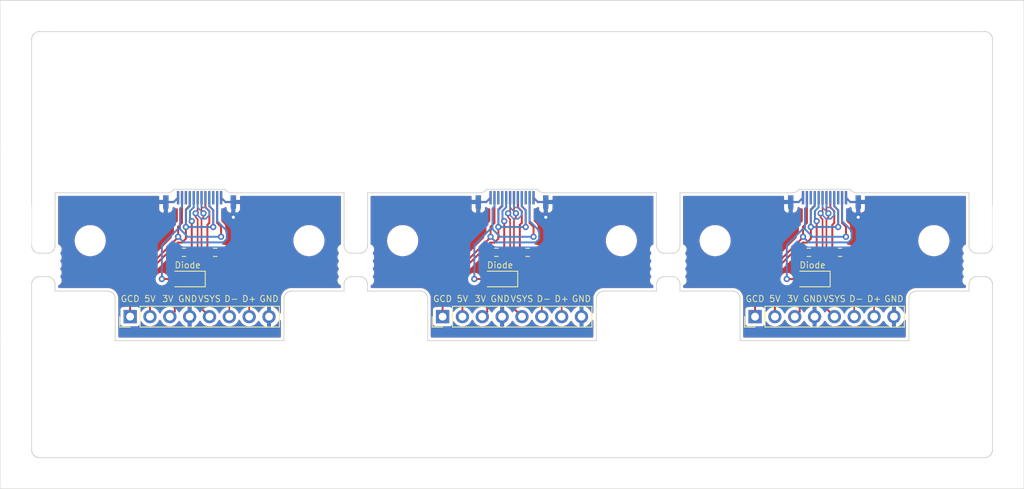
<source format=kicad_pcb>
(kicad_pcb (version 20211014) (generator pcbnew)
  (layers (0 "F.Cu" signal) (31 "B.Cu" signal) (34 "B.Paste" user) (35 "F.Paste" user) (36 "B.SilkS" user "B.Silkscreen") (37 "F.SilkS" user "F.Silkscreen") (38 "B.Mask" user) (39 "F.Mask" user) (44 "Edge.Cuts" user))
  (net 0 "")
  (net 1 "Board_9-+3V3")
  (net 2 "Board_9-+5V")
  (net 3 "Board_9-D+")
  (net 4 "Board_9-D-")
  (net 5 "Board_9-GCD")
  (net 6 "Board_9-GND")
  (net 7 "Board_9-Net-(R1-Pad1)")
  (net 8 "Board_9-Net-(R2-Pad1)")
  (net 9 "Board_9-VSYS")
  (net 10 "Board_9-unconnected-(U1-PadA10)")
  (net 11 "Board_9-unconnected-(U1-PadA3)")
  (net 12 "Board_9-unconnected-(U1-PadA8)")
  (net 13 "Board_9-unconnected-(U1-PadB10)")
  (net 14 "Board_9-unconnected-(U1-PadB3)")
  (net 15 "Board_9-unconnected-(U1-PadB8)")
  (net 16 "Board_10-+3V3")
  (net 17 "Board_10-+5V")
  (net 18 "Board_10-D+")
  (net 19 "Board_10-D-")
  (net 20 "Board_10-GCD")
  (net 21 "Board_10-GND")
  (net 22 "Board_10-Net-(R1-Pad1)")
  (net 23 "Board_10-Net-(R2-Pad1)")
  (net 24 "Board_10-VSYS")
  (net 25 "Board_10-unconnected-(U1-PadA10)")
  (net 26 "Board_10-unconnected-(U1-PadA3)")
  (net 27 "Board_10-unconnected-(U1-PadA8)")
  (net 28 "Board_10-unconnected-(U1-PadB10)")
  (net 29 "Board_10-unconnected-(U1-PadB3)")
  (net 30 "Board_10-unconnected-(U1-PadB8)")
  (net 31 "Board_11-+3V3")
  (net 32 "Board_11-+5V")
  (net 33 "Board_11-D+")
  (net 34 "Board_11-D-")
  (net 35 "Board_11-GCD")
  (net 36 "Board_11-GND")
  (net 37 "Board_11-Net-(R1-Pad1)")
  (net 38 "Board_11-Net-(R2-Pad1)")
  (net 39 "Board_11-VSYS")
  (net 40 "Board_11-unconnected-(U1-PadA10)")
  (net 41 "Board_11-unconnected-(U1-PadA3)")
  (net 42 "Board_11-unconnected-(U1-PadA8)")
  (net 43 "Board_11-unconnected-(U1-PadB10)")
  (net 44 "Board_11-unconnected-(U1-PadB3)")
  (net 45 "Board_11-unconnected-(U1-PadB8)")
  (footprint "Connector_PinHeader_2.54mm:PinHeader_1x08_P2.54mm_Vertical" (layer "F.Cu") (at 111.6088 153.5286 90)
    (fp_text reference "REF**" hide)
    (fp_text value "PinHeader_1x08_P2.54mm_Vertical")
  )
  (footprint "NPTH" (layer "F.Cu") (at 102.2 145.9)
    (fp_text reference "REF**" hide)
    (fp_text value "NPTH" hide)
  )
  (footprint "NPTH" (layer "F.Cu") (at 145.5 156.6)
    (fp_text reference "REF**" hide)
    (fp_text value "NPTH" hide)
  )
  (footprint "Diode_SMD:D_SOD-123" (layer "F.Cu") (at 78.9748 148.7026 180)
    (fp_text reference "D1" hide)
    (fp_text value "B5819W SL" hide)
  )
  (footprint "NPTH" (layer "F.Cu") (at 22 114.5)
    (fp_text reference "REF**" hide)
    (fp_text value "NPTH" hide)
  )
  (footprint "NPTH" (layer "F.Cu") (at 22.2 145.9)
    (fp_text reference "REF**" hide)
    (fp_text value "NPTH" hide)
  )
  (footprint "NPTH" (layer "F.Cu") (at 16.5 156.6)
    (fp_text reference "REF**" hide)
    (fp_text value "NPTH" hide)
  )
  (footprint "MountingHole:MountingHole_3.2mm_M3" (layer "F.Cu") (at 106.4988 143.7886)
    (fp_text reference "REF**" hide)
    (fp_text value "MountingHole_3.2mm_M3" hide)
  )
  (footprint "NPTH" (layer "F.Cu") (at 138.8 145.9)
    (fp_text reference "REF**" hide)
    (fp_text value "NPTH" hide)
  )
  (footprint "NPTH" (layer "F.Cu") (at 22 116.5)
    (fp_text reference "REF**" hide)
    (fp_text value "NPTH" hide)
  )
  (footprint "MountingHole:MountingHole_3.2mm_M3" (layer "F.Cu") (at 134.4988 143.7886)
    (fp_text reference "REF**" hide)
    (fp_text value "MountingHole_3.2mm_M3" hide)
  )
  (footprint "NPTH" (layer "F.Cu") (at 58.8 147.9)
    (fp_text reference "REF**" hide)
    (fp_text value "NPTH" hide)
  )
  (footprint "NPTH" (layer "F.Cu") (at 139 173.1)
    (fp_text reference "REF**" hide)
    (fp_text value "NPTH" hide)
  )
  (footprint "NPTH" (layer "F.Cu") (at 98.8 144.9)
    (fp_text reference "REF**" hide)
    (fp_text value "NPTH" hide)
  )
  (footprint "NPTH" (layer "F.Cu") (at 15.5 132)
    (fp_text reference "REF**" hide)
    (fp_text value "NPTH" hide)
  )
  (footprint "NPTH" (layer "F.Cu") (at 22 113.5)
    (fp_text reference "REF**" hide)
    (fp_text value "NPTH" hide)
  )
  (footprint "NPTH" (layer "F.Cu") (at 62.2 145.9)
    (fp_text reference "REF**" hide)
    (fp_text value "NPTH" hide)
  )
  (footprint "Resistor_SMD:R_0603_1608Metric" (layer "F.Cu") (at 118.4988 145.2886 180)
    (fp_text reference "R1" hide)
    (fp_text value "5.1k")
  )
  (footprint "NPTH" (layer "F.Cu") (at 139 115.5)
    (fp_text reference "REF**" hide)
    (fp_text value "NPTH" hide)
  )
  (footprint "NPTH" (layer "F.Cu") (at 145.5 132)
    (fp_text reference "REF**" hide)
    (fp_text value "NPTH" hide)
  )
  (footprint "Resistor_SMD:R_0603_1608Metric" (layer "F.Cu") (at 82.4988 145.2886)
    (fp_text reference "R2" hide)
    (fp_text value "5.1k")
  )
  (footprint "Diode_SMD:D_SOD-123" (layer "F.Cu") (at 118.9748 148.7026 180)
    (fp_text reference "D1" hide)
    (fp_text value "B5819W SL" hide)
  )
  (footprint "NPTH" (layer "F.Cu") (at 58.8 144.9)
    (fp_text reference "REF**" hide)
    (fp_text value "NPTH" hide)
  )
  (footprint "NPTH" (layer "F.Cu") (at 58.8 146.9)
    (fp_text reference "REF**" hide)
    (fp_text value "NPTH" hide)
  )
  (footprint "NPTH" (layer "F.Cu") (at 139 172.1)
    (fp_text reference "REF**" hide)
    (fp_text value "NPTH" hide)
  )
  (footprint "NPTH" (layer "F.Cu") (at 15.5 156.6)
    (fp_text reference "REF**" hide)
    (fp_text value "NPTH" hide)
  )
  (footprint "NPTH" (layer "F.Cu") (at 98.8 145.9)
    (fp_text reference "REF**" hide)
    (fp_text value "NPTH" hide)
  )
  (footprint "NPTH" (layer "F.Cu") (at 138.8 148.9)
    (fp_text reference "REF**" hide)
    (fp_text value "NPTH" hide)
  )
  (footprint "NPTH" (layer "F.Cu") (at 98.8 148.9)
    (fp_text reference "REF**" hide)
    (fp_text value "NPTH" hide)
  )
  (footprint "NPTH" (layer "F.Cu") (at 138.8 144.9)
    (fp_text reference "REF**" hide)
    (fp_text value "NPTH" hide)
  )
  (footprint "Connector_PinHeader_2.54mm:PinHeader_1x08_P2.54mm_Vertical" (layer "F.Cu") (at 71.6088 153.5286 90)
    (fp_text reference "REF**" hide)
    (fp_text value "PinHeader_1x08_P2.54mm_Vertical")
  )
  (footprint "NPTH" (layer "F.Cu") (at 102.2 147.9)
    (fp_text reference "REF**" hide)
    (fp_text value "NPTH" hide)
  )
  (footprint "NPTH" (layer "F.Cu") (at 102.2 148.9)
    (fp_text reference "REF**" hide)
    (fp_text value "NPTH" hide)
  )
  (footprint "NPTH" (layer "F.Cu") (at 62.2 148.9)
    (fp_text reference "REF**" hide)
    (fp_text value "NPTH" hide)
  )
  (footprint "NPTH" (layer "F.Cu") (at 143.5 156.6)
    (fp_text reference "REF**" hide)
    (fp_text value "NPTH" hide)
  )
  (footprint "Resistor_SMD:R_0603_1608Metric" (layer "F.Cu") (at 122.4988 145.2886)
    (fp_text reference "R2" hide)
    (fp_text value "5.1k")
  )
  (footprint "NPTH" (layer "F.Cu") (at 139 175.1)
    (fp_text reference "REF**" hide)
    (fp_text value "NPTH" hide)
  )
  (footprint "MountingHole:MountingHole_3.2mm_M3" (layer "F.Cu") (at 94.4988 143.7886)
    (fp_text reference "REF**" hide)
    (fp_text value "MountingHole_3.2mm_M3" hide)
  )
  (footprint "NPTH" (layer "F.Cu") (at 144.5 156.6)
    (fp_text reference "REF**" hide)
    (fp_text value "NPTH" hide)
  )
  (footprint "NPTH" (layer "F.Cu") (at 98.8 146.9)
    (fp_text reference "REF**" hide)
    (fp_text value "NPTH" hide)
  )
  (footprint "NPTH" (layer "F.Cu") (at 139 113.5)
    (fp_text reference "REF**" hide)
    (fp_text value "NPTH" hide)
  )
  (footprint "NPTH" (layer "F.Cu") (at 62.2 146.9)
    (fp_text reference "REF**" hide)
    (fp_text value "NPTH" hide)
  )
  (footprint "NPTH" (layer "F.Cu") (at 17.5 156.6)
    (fp_text reference "REF**" hide)
    (fp_text value "NPTH" hide)
  )
  (footprint "Resistor_SMD:R_0603_1608Metric" (layer "F.Cu") (at 42.4988 145.2886)
    (fp_text reference "R2" hide)
    (fp_text value "5.1k")
  )
  (footprint "NPTH" (layer "F.Cu") (at 18.5 156.6)
    (fp_text reference "REF**" hide)
    (fp_text value "NPTH" hide)
  )
  (footprint "NPTH" (layer "F.Cu") (at 22.2 147.9)
    (fp_text reference "REF**" hide)
    (fp_text value "NPTH" hide)
  )
  (footprint "NPTH" (layer "F.Cu") (at 139 116.5)
    (fp_text reference "REF**" hide)
    (fp_text value "NPTH" hide)
  )
  (footprint "NPTH" (layer "F.Cu") (at 17.5 132)
    (fp_text reference "REF**" hide)
    (fp_text value "NPTH" hide)
  )
  (footprint "Diode_SMD:D_SOD-123" (layer "F.Cu") (at 38.9748 148.7026 180)
    (fp_text reference "D1" hide)
    (fp_text value "B5819W SL" hide)
  )
  (footprint "HTangl:Xunpu C2856665 USBC Straddle Mount" (layer "F.Cu") (at 40.4988 138.2886)
    (fp_text reference "U1" hide)
    (fp_text value "USB_C_Receptacle" hide)
  )
  (footprint "MountingHole:MountingHole_3.2mm_M3" (layer "F.Cu") (at 54.4988 143.7886)
    (fp_text reference "REF**" hide)
    (fp_text value "MountingHole_3.2mm_M3" hide)
  )
  (footprint "NPTH" (layer "F.Cu") (at 18.5 132)
    (fp_text reference "REF**" hide)
    (fp_text value "NPTH" hide)
  )
  (footprint "NPTH" (layer "F.Cu") (at 102.2 146.9)
    (fp_text reference "REF**" hide)
    (fp_text value "NPTH" hide)
  )
  (footprint "NPTH" (layer "F.Cu") (at 102.2 144.9)
    (fp_text reference "REF**" hide)
    (fp_text value "NPTH" hide)
  )
  (footprint "NPTH" (layer "F.Cu") (at 142.5 156.6)
    (fp_text reference "REF**" hide)
    (fp_text value "NPTH" hide)
  )
  (footprint "Connector_PinHeader_2.54mm:PinHeader_1x08_P2.54mm_Vertical" (layer "F.Cu") (at 31.6088 153.5286 90)
    (fp_text reference "REF**" hide)
    (fp_text value "PinHeader_1x08_P2.54mm_Vertical")
  )
  (footprint "NPTH" (layer "F.Cu") (at 138.8 147.9)
    (fp_text reference "REF**" hide)
    (fp_text value "NPTH" hide)
  )
  (footprint "NPTH" (layer "F.Cu") (at 58.8 145.9)
    (fp_text reference "REF**" hide)
    (fp_text value "NPTH" hide)
  )
  (footprint "NPTH" (layer "F.Cu") (at 22 115.5)
    (fp_text reference "REF**" hide)
    (fp_text value "NPTH" hide)
  )
  (footprint "NPTH" (layer "F.Cu") (at 138.8 146.9)
    (fp_text reference "REF**" hide)
    (fp_text value "NPTH" hide)
  )
  (footprint "NPTH" (layer "F.Cu") (at 139 114.5)
    (fp_text reference "REF**" hide)
    (fp_text value "NPTH" hide)
  )
  (footprint "NPTH" (layer "F.Cu") (at 22.2 148.9)
    (fp_text reference "REF**" hide)
    (fp_text value "NPTH" hide)
  )
  (footprint "MountingHole:MountingHole_3.2mm_M3" (layer "F.Cu") (at 26.4988 143.7886)
    (fp_text reference "REF**" hide)
    (fp_text value "MountingHole_3.2mm_M3" hide)
  )
  (footprint "NPTH" (layer "F.Cu") (at 143.5 132)
    (fp_text reference "REF**" hide)
    (fp_text value "NPTH" hide)
  )
  (footprint "NPTH" (layer "F.Cu") (at 142.5 132)
    (fp_text reference "REF**" hide)
    (fp_text value "NPTH" hide)
  )
  (footprint "Resistor_SMD:R_0603_1608Metric" (layer "F.Cu") (at 38.4988 145.2886 180)
    (fp_text reference "R1" hide)
    (fp_text value "5.1k")
  )
  (footprint "NPTH" (layer "F.Cu") (at 98.8 147.9)
    (fp_text reference "REF**" hide)
    (fp_text value "NPTH" hide)
  )
  (footprint "HTangl:Xunpu C2856665 USBC Straddle Mount" (layer "F.Cu") (at 120.4988 138.2886)
    (fp_text reference "U1" hide)
    (fp_text value "USB_C_Receptacle" hide)
  )
  (footprint "NPTH" (layer "F.Cu") (at 58.8 148.9)
    (fp_text reference "REF**" hide)
    (fp_text value "NPTH" hide)
  )
  (footprint "MountingHole:MountingHole_3.2mm_M3" (layer "F.Cu") (at 66.4988 143.7886)
    (fp_text reference "REF**" hide)
    (fp_text value "MountingHole_3.2mm_M3" hide)
  )
  (footprint "Resistor_SMD:R_0603_1608Metric" (layer "F.Cu") (at 78.4988 145.2886 180)
    (fp_text reference "R1" hide)
    (fp_text value "5.1k")
  )
  (footprint "NPTH" (layer "F.Cu") (at 22.2 144.9)
    (fp_text reference "REF**" hide)
    (fp_text value "NPTH" hide)
  )
  (footprint "NPTH" (layer "F.Cu") (at 22 175.1)
    (fp_text reference "REF**" hide)
    (fp_text value "NPTH" hide)
  )
  (footprint "NPTH" (layer "F.Cu") (at 22 173.1)
    (fp_text reference "REF**" hide)
    (fp_text value "NPTH" hide)
  )
  (footprint "NPTH" (layer "F.Cu") (at 62.2 144.9)
    (fp_text reference "REF**" hide)
    (fp_text value "NPTH" hide)
  )
  (footprint "HTangl:Xunpu C2856665 USBC Straddle Mount" (layer "F.Cu") (at 80.4988 138.2886)
    (fp_text reference "U1" hide)
    (fp_text value "USB_C_Receptacle" hide)
  )
  (footprint "NPTH" (layer "F.Cu") (at 144.5 132)
    (fp_text reference "REF**" hide)
    (fp_text value "NPTH" hide)
  )
  (footprint "NPTH" (layer "F.Cu") (at 139 174.1)
    (fp_text reference "REF**" hide)
    (fp_text value "NPTH" hide)
  )
  (footprint "NPTH" (layer "F.Cu") (at 22 174.1)
    (fp_text reference "REF**" hide)
    (fp_text value "NPTH" hide)
  )
  (footprint "NPTH" (layer "F.Cu") (at 22 172.1)
    (fp_text reference "REF**" hide)
    (fp_text value "NPTH" hide)
  )
  (footprint "NPTH" (layer "F.Cu") (at 16.5 132)
    (fp_text reference "REF**" hide)
    (fp_text value "NPTH" hide)
  )
  (footprint "NPTH" (layer "F.Cu") (at 62.2 147.9)
    (fp_text reference "REF**" hide)
    (fp_text value "NPTH" hide)
  )
  (footprint "NPTH" (layer "F.Cu") (at 22.2 146.9)
    (fp_text reference "REF**" hide)
    (fp_text value "NPTH" hide)
  )
  (gr_line (start 59.095053 148.966721) (end 59.1169 148.923318) (layer "Edge.Cuts") (width 0.1))
  (gr_line (start 138.999996 150.237972) (end 139 149.390122) (layer "Edge.Cuts") (width 0.1))
  (gr_line (start 99.844737 148.410718) (end 99.892963 148.40477) (layer "Edge.Cuts") (width 0.1))
  (gr_line (start 101.29738 145.357368) (end 101.250549 145.370328) (layer "Edge.Cuts") (width 0.1))
  (gr_line (start 141.29738 145.357368) (end 141.250549 145.370328) (layer "Edge.Cuts") (width 0.1))
  (gr_line (start 139.400259 145.205173) (end 139.361952 145.175278) (layer "Edge.Cuts") (width 0.1))
  (gr_line (start 141.989281 144.555262) (end 141.980974 144.603138) (layer "Edge.Cuts") (width 0.1))
  (gr_line (start 21.107036 145.395229) (end 21.058576 145.398804) (layer "Edge.Cuts") (width 0.1))
  (gr_line (start 61.058576 148.401195) (end 61.107036 148.40477) (layer "Edge.Cuts") (width 0.1))
  (gr_line (start 51.866721 150.345053) (end 51.911144 150.325362) (layer "Edge.Cuts") (width 0.1))
  (gr_line (start 21.833152 144.960012) (end 21.805173 144.99974) (layer "Edge.Cuts") (width 0.1))
  (gr_line (start 139.990122 145.4) (end 139.941423 145.398804) (layer "Edge.Cuts") (width 0.1))
  (gr_line (start 19.029671 144.650549) (end 19.019025 144.603138) (layer "Edge.Cuts") (width 0.1))
  (gr_line (start 19.042631 149.102619) (end 19.057874 149.05648) (layer "Edge.Cuts") (width 0.1))
  (gr_line (start 139 149.390122) (end 139.001195 149.341423) (layer "Edge.Cuts") (width 0.1))
  (gr_line (start 61.710033 148.689966) (end 61.743539 148.725158) (layer "Edge.Cuts") (width 0.1))
  (gr_line (start 139.25646 148.725158) (end 139.289966 148.689966) (layer "Edge.Cuts") (width 0.1))
  (gr_line (start 141.107036 117.00477) (end 141.155262 117.010718) (layer "Edge.Cuts") (width 0.1))
  (gr_line (start 141.388855 145.324637) (end 141.343519 145.342125) (layer "Edge.Cuts") (width 0.1))
  (gr_line (start 19.075362 144.788855) (end 19.057874 144.743519) (layer "Edge.Cuts") (width 0.1))
  (gr_line (start 19.166847 171.160012) (end 19.140851 171.11896) (layer "Edge.Cuts") (width 0.1))
  (gr_line (start 36.998094 137.464041) (end 36.958917 137.490785) (layer "Edge.Cuts") (width 0.1))
  (gr_line (start 21.59974 145.205173) (end 21.560012 145.233152) (layer "Edge.Cuts") (width 0.1))
  (gr_line (start 19.566721 148.495053) (end 19.611144 148.475362) (layer "Edge.Cuts") (width 0.1))
  (gr_line (start 91.342631 150.952619) (end 91.357874 150.90648) (layer "Edge.Cuts") (width 0.1))
  (gr_line (start 19.796861 117.019025) (end 19.844737 117.010718) (layer "Edge.Cuts") (width 0.1))
  (gr_line (start 19.566721 145.304946) (end 19.523318 145.283099) (layer "Edge.Cuts") (width 0.1))
  (gr_line (start 61.250549 148.429671) (end 61.29738 148.442631) (layer "Edge.Cuts") (width 0.1))
  (gr_line (start 61.343519 145.342125) (end 61.29738 145.357368) (layer "Edge.Cuts") (width 0.1))
  (gr_line (start 109.21896 150.390851) (end 109.260012 150.416847) (layer "Edge.Cuts") (width 0.1))
  (gr_line (start 69.21896 150.390851) (end 69.260012 150.416847) (layer "Edge.Cuts") (width 0.1))
  (gr_line (start 83.752137 137.203636) (end 83.747232 137.20053) (layer "Edge.Cuts") (width 0.1))
  (gr_line (start 61.560012 148.566847) (end 61.59974 148.594826) (layer "Edge.Cuts") (width 0.1))
  (gr_line (start 59.702619 145.357368) (end 59.65648 145.342125) (layer "Edge.Cuts") (width 0.1))
  (gr_line (start 76.6091 137.631866) (end 76.562331 137.639785) (layer "Edge.Cuts") (width 0.1))
  (gr_line (start 61.980974 144.603138) (end 61.970328 144.650549) (layer "Edge.Cuts") (width 0.1))
  (gr_line (start 21.058576 145.398804) (end 21.009877 145.4) (layer "Edge.Cuts") (width 0.1))
  (gr_line (start 139.941423 145.398804) (end 139.892963 145.395229) (layer "Edge.Cuts") (width 0.1))
  (gr_line (start 61.833152 144.960012) (end 61.805173 144.99974) (layer "Edge.Cuts") (width 0.1))
  (gr_line (start 21.859148 148.881039) (end 21.883099 148.923318) (layer "Edge.Cuts") (width 0.1))
  (gr_line (start 52.002619 150.292631) (end 52.04945 150.279671) (layer "Edge.Cuts") (width 0.1))
  (gr_line (start 141.942125 149.05648) (end 141.957368 149.102619) (layer "Edge.Cuts") (width 0.1))
  (gr_line (start 59.74945 145.370328) (end 59.702619 145.357368) (layer "Edge.Cuts") (width 0.1))
  (gr_line (start 141.51896 171.459148) (end 141.476681 171.483099) (layer "Edge.Cuts") (width 0.1))
  (gr_line (start 83.797614 137.267251) (end 83.752137 137.203636) (layer "Edge.Cuts") (width 0.1))
  (gr_line (start 102 137.662272) (end 102 144.409877) (layer "Edge.Cuts") (width 0.1))
  (gr_line (start 141.805173 117.400259) (end 141.833152 117.439987) (layer "Edge.Cuts") (width 0.1))
  (gr_line (start 141.998804 170.658576) (end 141.995229 170.707036) (layer "Edge.Cuts") (width 0.1))
  (gr_line (start 131.739987 150.416847) (end 131.781039 150.390851) (layer "Edge.Cuts") (width 0.1))
  (gr_line (start 69.7 156.587727) (end 69.701878 156.595703) (layer "Edge.Cuts") (width 0.1))
  (gr_line (start 61.904946 148.966721) (end 61.924637 149.011144) (layer "Edge.Cuts") (width 0.1))
  (gr_line (start 51.911144 150.325362) (end 51.95648 150.307874) (layer "Edge.Cuts") (width 0.1))
  (gr_line (start 99.057874 144.743519) (end 99.042631 144.69738) (layer "Edge.Cuts") (width 0.1))
  (gr_line (start 141.859148 117.481039) (end 141.883099 117.523318) (layer "Edge.Cuts") (width 0.1))
  (gr_line (start 59.65648 145.342125) (end 59.611144 145.324637) (layer "Edge.Cuts") (width 0.1))
  (gr_line (start 59.892963 148.40477) (end 59.941423 148.401195) (layer "Edge.Cuts") (width 0.1))
  (gr_line (start 141.29738 148.442631) (end 141.343519 148.457874) (layer "Edge.Cuts") (width 0.1))
  (gr_line (start 139.523318 148.5169) (end 139.566721 148.495053) (layer "Edge.Cuts") (width 0.1))
  (gr_line (start 19.892963 117.00477) (end 19.941423 117.001195) (layer "Edge.Cuts") (width 0.1))
  (gr_line (start 61.924637 149.011144) (end 61.942125 149.05648) (layer "Edge.Cuts") (width 0.1))
  (gr_line (start 99.010718 144.555262) (end 99.00477 144.507036) (layer "Edge.Cuts") (width 0.1))
  (gr_line (start 59.702619 148.442631) (end 59.74945 148.429671) (layer "Edge.Cuts") (width 0.1))
  (gr_line (start 141.433278 145.304946) (end 141.388855 145.324637) (layer "Edge.Cuts") (width 0.1))
  (gr_line (start 101.674841 145.143539) (end 101.638047 145.175278) (layer "Edge.Cuts") (width 0.1))
  (gr_line (start 132.04945 150.279671) (end 132.096861 150.269025) (layer "Edge.Cuts") (width 0.1))
  (gr_line (start 59.566721 148.495053) (end 59.611144 148.475362) (layer "Edge.Cuts") (width 0.1))
  (gr_line (start 59.400259 148.594826) (end 59.439987 148.566847) (layer "Edge.Cuts") (width 0.1))
  (gr_line (start 19.010718 117.844737) (end 19.019025 117.796861) (layer "Edge.Cuts") (width 0.1))
  (gr_line (start 139.361952 145.175278) (end 139.325158 145.143539) (layer "Edge.Cuts") (width 0.1))
  (gr_line (start 59.796861 145.380974) (end 59.74945 145.370328) (layer "Edge.Cuts") (width 0.1))
  (gr_line (start 77.140689 137.339283) (end 77.107324 137.373001) (layer "Edge.Cuts") (width 0.1))
  (gr_line (start 21.904946 144.833278) (end 21.883099 144.876681) (layer "Edge.Cuts") (width 0.1))
  (gr_line (start 36.958917 137.490785) (end 36.918505 137.515621) (layer "Edge.Cuts") (width 0.1))
  (gr_line (start 101.058576 148.401195) (end 101.107036 148.40477) (layer "Edge.Cuts") (width 0.1))
  (gr_line (start 19.796861 148.419025) (end 19.844737 148.410718) (layer "Edge.Cuts") (width 0.1))
  (gr_line (start 116.515236 137.645454) (end 116.467924 137.64886) (layer "Edge.Cuts") (width 0.1))
  (gr_line (start 101.476681 145.283099) (end 101.433278 145.304946) (layer "Edge.Cuts") (width 0.1))
  (gr_line (start 84.484763 137.645454) (end 84.437668 137.639785) (layer "Edge.Cuts") (width 0.1))
  (gr_line (start 141.155262 171.589281) (end 141.107036 171.595229) (layer "Edge.Cuts") (width 0.1))
  (gr_line (start 102 149.390122) (end 102.000003 150.237972) (layer "Edge.Cuts") (width 0.1))
  (gr_line (start 99.019025 144.603138) (end 99.010718 144.555262) (layer "Edge.Cuts") (width 0.1))
  (gr_line (start 59.194826 144.99974) (end 59.166847 144.960012) (layer "Edge.Cuts") (width 0.1))
  (gr_line (start 61.970328 149.14945) (end 61.980974 149.196861) (layer "Edge.Cuts") (width 0.1))
  (gr_line (start 141.476681 117.1169) (end 141.51896 117.140851) (layer "Edge.Cuts") (width 0.1))
  (gr_line (start 59.325158 148.65646) (end 59.361952 148.624721) (layer "Edge.Cuts") (width 0.1))
  (gr_line (start 69.475278 150.611952) (end 69.505173 150.650259) (layer "Edge.Cuts") (width 0.1))
  (gr_line (start 141.476681 145.283099) (end 141.433278 145.304946) (layer "Edge.Cuts") (width 0.1))
  (gr_line (start 99.140851 144.91896) (end 99.1169 144.876681) (layer "Edge.Cuts") (width 0.1))
  (gr_line (start 101.560012 148.566847) (end 101.59974 148.594826) (layer "Edge.Cuts") (width 0.1))
  (gr_line (start 102.007863 137.650297) (end 102.001605 137.654704) (layer "Edge.Cuts") (width 0.1))
  (gr_line (start 132.144737 150.260718) (end 132.192963 150.25477) (layer "Edge.Cuts") (width 0.1))
  (gr_line (start 19.400259 117.194826) (end 19.439987 117.166847) (layer "Edge.Cuts") (width 0.1))
  (gr_line (start 139.702619 145.357368) (end 139.65648 145.342125) (layer "Edge.Cuts") (width 0.1))
  (gr_line (start 69.338047 150.474721) (end 69.374841 150.50646) (layer "Edge.Cuts") (width 0.1))
  (gr_line (start 84.001905 137.464041) (end 83.964054 137.435451) (layer "Edge.Cuts") (width 0.1))
  (gr_line (start 101.388855 145.324637) (end 101.343519 145.342125) (layer "Edge.Cuts") (width 0.1))
  (gr_line (start 141.155262 117.010718) (end 141.203138 117.019025) (layer "Edge.Cuts") (width 0.1))
  (gr_line (start 61.998804 144.458576) (end 61.995229 144.507036) (layer "Edge.Cuts") (width 0.1))
  (gr_line (start 101.638047 145.175278) (end 101.59974 145.205173) (layer "Edge.Cuts") (width 0.1))
  (gr_line (start 21.51896 145.259148) (end 21.476681 145.283099) (layer "Edge.Cuts") (width 0.1))
  (gr_line (start 61.560012 145.233152) (end 61.51896 145.259148) (layer "Edge.Cuts") (width 0.1))
  (gr_line (start 99.990122 145.4) (end 99.941423 145.398804) (layer "Edge.Cuts") (width 0.1))
  (gr_line (start 76.515236 137.645454) (end 76.467924 137.64886) (layer "Edge.Cuts") (width 0.1))
  (gr_line (start 141.980974 144.603138) (end 141.970328 144.650549) (layer "Edge.Cuts") (width 0.1))
  (gr_line (start 37.1724 137.304006) (end 37.140689 137.339283) (layer "Edge.Cuts") (width 0.1))
  (gr_line (start 61.51896 145.259148) (end 61.476681 145.283099) (layer "Edge.Cuts") (width 0.1))
  (gr_line (start 43.927616 137.405081) (end 43.892675 137.373001) (layer "Edge.Cuts") (width 0.1))
  (gr_line (start 123.7453 137.200194) (end 117.262272 137.2) (layer "Edge.Cuts") (width 0.1))
  (gr_line (start 141.674841 145.143539) (end 141.638047 145.175278) (layer "Edge.Cuts") (width 0.1))
  (gr_line (start 101.924637 144.788855) (end 101.904946 144.833278) (layer "Edge.Cuts") (width 0.1))
  (gr_line (start 124.253613 137.594823) (end 124.209209 137.57814) (layer "Edge.Cuts") (width 0.1))
  (gr_line (start 91.395053 150.816721) (end 91.4169 150.773318) (layer "Edge.Cuts") (width 0.1))
  (gr_line (start 19.019025 149.196861) (end 19.029671 149.14945) (layer "Edge.Cuts") (width 0.1))
  (gr_line (start 141.674841 171.343539) (end 141.638047 171.375278) (layer "Edge.Cuts") (width 0.1))
  (gr_line (start 61.805173 144.99974) (end 61.775278 145.038047) (layer "Edge.Cuts") (width 0.1))
  (gr_line (start 91.589966 150.539966) (end 91.625158 150.50646) (layer "Edge.Cuts") (width 0.1))
  (gr_line (start 109.707387 156.599583) (end 131.290681 156.599918) (layer "Edge.Cuts") (width 0.1))
  (gr_line (start 108.903138 150.269025) (end 108.950549 150.279671) (layer "Edge.Cuts") (width 0.1))
  (gr_line (start 101.107036 145.395229) (end 101.058576 145.398804) (layer "Edge.Cuts") (width 0.1))
  (gr_line (start 19.289966 148.689966) (end 19.325158 148.65646) (layer "Edge.Cuts") (width 0.1))
  (gr_line (start 52.144737 150.260718) (end 52.192963 150.25477) (layer "Edge.Cuts") (width 0.1))
  (gr_line (start 138.992136 150.249702) (end 138.998121 150.245703) (layer "Edge.Cuts") (width 0.1))
  (gr_line (start 101.942125 144.743519) (end 101.924637 144.788855) (layer "Edge.Cuts") (width 0.1))
  (gr_line (start 141.009877 148.4) (end 141.058576 148.401195) (layer "Edge.Cuts") (width 0.1))
  (gr_line (start 19.566721 117.095053) (end 19.611144 117.075362) (layer "Edge.Cuts") (width 0.1))
  (gr_line (start 19.361952 145.175278) (end 19.325158 145.143539) (layer "Edge.Cuts") (width 0.1))
  (gr_line (start 19.990122 171.6) (end 19.941423 171.598804) (layer "Edge.Cuts") (width 0.1))
  (gr_line (start 98.991655 137.650201) (end 84.579616 137.65) (layer "Edge.Cuts") (width 0.1))
  (gr_line (start 36.467924 137.64886) (end 36.420383 137.65) (layer "Edge.Cuts") (width 0.1))
  (gr_line (start 117.035945 137.435451) (end 116.998094 137.464041) (layer "Edge.Cuts") (width 0.1))
  (gr_line (start 51.589966 150.539966) (end 51.625158 150.50646) (layer "Edge.Cuts") (width 0.1))
  (gr_line (start 44.390899 137.631866) (end 44.344562 137.621717) (layer "Edge.Cuts") (width 0.1))
  (gr_line (start 29.29974 150.444826) (end 29.338047 150.474721) (layer "Edge.Cuts") (width 0.1))
  (gr_line (start 141.250549 148.429671) (end 141.29738 148.442631) (layer "Edge.Cuts") (width 0.1))
  (gr_line (start 69.559148 150.731039) (end 69.583099 150.773318) (layer "Edge.Cuts") (width 0.1))
  (gr_line (start 19.010718 149.244737) (end 19.019025 149.196861) (layer "Edge.Cuts") (width 0.1))
  (gr_line (start 59.566721 145.304946) (end 59.523318 145.283099) (layer "Edge.Cuts") (width 0.1))
  (gr_line (start 21.009877 145.4) (end 19.990122 145.4) (layer "Edge.Cuts") (width 0.1))
  (gr_line (start 19.523318 117.1169) (end 19.566721 117.095053) (layer "Edge.Cuts") (width 0.1))
  (gr_line (start 37.140689 137.339283) (end 37.107324 137.373001) (layer "Edge.Cuts") (width 0.1))
  (gr_line (start 139.095053 144.833278) (end 139.075362 144.788855) (layer "Edge.Cuts") (width 0.1))
  (gr_line (start 124.390899 137.631866) (end 124.344562 137.621717) (layer "Edge.Cuts") (width 0.1))
  (gr_line (start 141.743539 171.274841) (end 141.710033 171.310033) (layer "Edge.Cuts") (width 0.1))
  (gr_line (start 139.65648 148.457874) (end 139.702619 148.442631) (layer "Edge.Cuts") (width 0.1))
  (gr_line (start 21.989281 144.555262) (end 21.980974 144.603138) (layer "Edge.Cuts") (width 0.1))
  (gr_line (start 83.827599 137.304006) (end 83.797614 137.267251) (layer "Edge.Cuts") (width 0.1))
  (gr_line (start 21.998804 144.458576) (end 21.995229 144.507036) (layer "Edge.Cuts") (width 0.1))
  (gr_line (start 101.203138 148.419025) (end 101.250549 148.429671) (layer "Edge.Cuts") (width 0.1))
  (gr_line (start 68.758576 150.251195) (end 68.807036 150.25477) (layer "Edge.Cuts") (width 0.1))
  (gr_line (start 69.670328 150.99945) (end 69.680974 151.046861) (layer "Edge.Cuts") (width 0.1))
  (gr_line (start 61.59974 145.205173) (end 61.560012 145.233152) (layer "Edge.Cuts") (width 0.1))
  (gr_line (start 146 113) (end 146 175.6) (layer "Edge.Cuts") (width 0.05))
  (gr_line (start 131.625158 150.50646) (end 131.661952 150.474721) (layer "Edge.Cuts") (width 0.1))
  (gr_line (start 19 170.609877) (end 19 149.390122) (layer "Edge.Cuts") (width 0.1))
  (gr_line (start 102 144.409877) (end 101.998804 144.458576) (layer "Edge.Cuts") (width 0.1))
  (gr_line (start 92.04945 150.279671) (end 92.096861 150.269025) (layer "Edge.Cuts") (width 0.1))
  (gr_line (start 92.002619 150.292631) (end 92.04945 150.279671) (layer "Edge.Cuts") (width 0.1))
  (gr_line (start 19.990122 117) (end 141.009877 117) (layer "Edge.Cuts") (width 0.1))
  (gr_line (start 141.970328 149.14945) (end 141.980974 149.196861) (layer "Edge.Cuts") (width 0.1))
  (gr_line (start 141.59974 171.405173) (end 141.560012 171.433152) (layer "Edge.Cuts") (width 0.1))
  (gr_line (start 21.980974 149.196861) (end 21.989281 149.244737) (layer "Edge.Cuts") (width 0.1))
  (gr_line (start 36.562331 137.639785) (end 36.515236 137.645454) (layer "Edge.Cuts") (width 0.1))
  (gr_line (start 99.001195 144.458576) (end 99 144.409877) (layer "Edge.Cuts") (width 0.1))
  (gr_line (start 19.892963 145.395229) (end 19.844737 145.389281) (layer "Edge.Cuts") (width 0.1))
  (gr_line (start 99 144.409877) (end 99 137.662272) (layer "Edge.Cuts") (width 0.1))
  (gr_line (start 108.709877 150.25) (end 108.758576 150.251195) (layer "Edge.Cuts") (width 0.1))
  (gr_line (start 19.611144 148.475362) (end 19.65648 148.457874) (layer "Edge.Cuts") (width 0.1))
  (gr_line (start 109.7 156.587727) (end 109.701605 156.595295) (layer "Edge.Cuts") (width 0.1))
  (gr_line (start 99.481039 145.259148) (end 99.439987 145.233152) (layer "Edge.Cuts") (width 0.1))
  (gr_line (start 21.203138 145.380974) (end 21.155262 145.389281) (layer "Edge.Cuts") (width 0.1))
  (gr_line (start 21.674841 148.65646) (end 21.710033 148.689966) (layer "Edge.Cuts") (width 0.1))
  (gr_line (start 139.481039 145.259148) (end 139.439987 145.233152) (layer "Edge.Cuts") (width 0.1))
  (gr_line (start 61.942125 149.05648) (end 61.957368 149.102619) (layer "Edge.Cuts") (width 0.1))
  (gr_line (start 61.995229 144.507036) (end 61.989281 144.555262) (layer "Edge.Cuts") (width 0.1))
  (gr_line (start 117.107324 137.373001) (end 117.072383 137.405081) (layer "Edge.Cuts") (width 0.1))
  (gr_line (start 61.942125 144.743519) (end 61.924637 144.788855) (layer "Edge.Cuts") (width 0.1))
  (gr_line (start 21.924637 149.011144) (end 21.942125 149.05648) (layer "Edge.Cuts") (width 0.1))
  (gr_line (start 59.941423 145.398804) (end 59.892963 145.395229) (layer "Edge.Cuts") (width 0.1))
  (gr_line (start 61.476681 145.283099) (end 61.433278 145.304946) (layer "Edge.Cuts") (width 0.1))
  (gr_line (start 139.140851 144.91896) (end 139.1169 144.876681) (layer "Edge.Cuts") (width 0.1))
  (gr_line (start 141.883099 117.523318) (end 141.904946 117.566721) (layer "Edge.Cuts") (width 0.1))
  (gr_line (start 61.775278 145.038047) (end 61.743539 145.074841) (layer "Edge.Cuts") (width 0.1))
  (gr_line (start 19.194826 117.400259) (end 19.224721 117.361952) (layer "Edge.Cuts") (width 0.1))
  (gr_line (start 141.942125 170.943519) (end 141.924637 170.988855) (layer "Edge.Cuts") (width 0.1))
  (gr_line (start 142 139.209877) (end 142 144.409877) (layer "Edge.Cuts") (width 0.05))
  (gr_line (start 139.439987 148.566847) (end 139.481039 148.540851) (layer "Edge.Cuts") (width 0.1))
  (gr_line (start 101.710033 148.689966) (end 101.743539 148.725158) (layer "Edge.Cuts") (width 0.1))
  (gr_line (start 91.319025 151.046861) (end 91.329671 150.99945) (layer "Edge.Cuts") (width 0.1))
  (gr_line (start 44.344562 137.621717) (end 44.298765 137.60936) (layer "Edge.Cuts") (width 0.1))
  (gr_line (start 21.058576 148.401195) (end 21.107036 148.40477) (layer "Edge.Cuts") (width 0.1))
  (gr_line (start 146 113) (end 15 113) (layer "Edge.Cuts") (width 0.1))
  (gr_line (start 141.957368 149.102619) (end 141.970328 149.14945) (layer "Edge.Cuts") (width 0.1))
  (gr_line (start 117.252767 137.20053) (end 117.247862 137.203636) (layer "Edge.Cuts") (width 0.1))
  (gr_line (start 36.876948 137.538494) (end 36.834344 137.559349) (layer "Edge.Cuts") (width 0.1))
  (gr_line (start 61.155262 145.389281) (end 61.107036 145.395229) (layer "Edge.Cuts") (width 0.1))
  (gr_line (start 141.924637 117.611144) (end 141.942125 117.65648) (layer "Edge.Cuts") (width 0.1))
  (gr_line (start 61.805173 148.800259) (end 61.833152 148.839987) (layer "Edge.Cuts") (width 0.1))
  (gr_line (start 141.343519 145.342125) (end 141.29738 145.357368) (layer "Edge.Cuts") (width 0.1))
  (gr_line (start 117.262272 137.2) (end 117.252767 137.20053) (layer "Edge.Cuts") (width 0.1))
  (gr_line (start 99.702619 148.442631) (end 99.74945 148.429671) (layer "Edge.Cuts") (width 0.1))
  (gr_line (start 19.001195 117.941423) (end 19.00477 117.892963) (layer "Edge.Cuts") (width 0.1))
  (gr_line (start 123.964054 137.435451) (end 123.927616 137.405081) (layer "Edge.Cuts") (width 0.1))
  (gr_line (start 21.388855 148.475362) (end 21.433278 148.495053) (layer "Edge.Cuts") (width 0.1))
  (gr_line (start 141.343519 148.457874) (end 141.388855 148.475362) (layer "Edge.Cuts") (width 0.1))
  (gr_line (start 21.250549 148.429671) (end 21.29738 148.442631) (layer "Edge.Cuts") (width 0.1))
  (gr_line (start 29.133278 150.345053) (end 29.176681 150.3669) (layer "Edge.Cuts") (width 0.1))
  (gr_line (start 19.566721 171.504946) (end 19.523318 171.483099) (layer "Edge.Cuts") (width 0.1))
  (gr_line (start 99.400259 145.205173) (end 99.361952 145.175278) (layer "Edge.Cuts") (width 0.1))
  (gr_line (start 59.095053 144.833278) (end 59.075362 144.788855) (layer "Edge.Cuts") (width 0.1))
  (gr_line (start 61.59974 148.594826) (end 61.638047 148.624721) (layer "Edge.Cuts") (width 0.1))
  (gr_line (start 141.775278 171.238047) (end 141.743539 171.274841) (layer "Edge.Cuts") (width 0.1))
  (gr_line (start 139.892963 145.395229) (end 139.844737 145.389281) (layer "Edge.Cuts") (width 0.1))
  (gr_line (start 22.001605 150.245295) (end 22.007863 150.249702) (layer "Edge.Cuts") (width 0.1))
  (gr_line (start 139.194826 144.99974) (end 139.166847 144.960012) (layer "Edge.Cuts") (width 0.1))
  (gr_line (start 101.989281 144.555262) (end 101.980974 144.603138) (layer "Edge.Cuts") (width 0.1))
  (gr_line (start 76.918505 137.515621) (end 76.876948 137.538494) (layer "Edge.Cuts") (width 0.1))
  (gr_line (start 141.883099 148.923318) (end 141.904946 148.966721) (layer "Edge.Cuts") (width 0.1))
  (gr_line (start 132.096861 150.269025) (end 132.144737 150.260718) (layer "Edge.Cuts") (width 0.1))
  (gr_line (start 61.674841 148.65646) (end 61.710033 148.689966) (layer "Edge.Cuts") (width 0.1))
  (gr_line (start 59.361952 145.175278) (end 59.325158 145.143539) (layer "Edge.Cuts") (width 0.1))
  (gr_line (start 141.343519 171.542125) (end 141.29738 171.557368) (layer "Edge.Cuts") (width 0.1))
  (gr_line (start 139.523318 145.283099) (end 139.481039 145.259148) (layer "Edge.Cuts") (width 0.1))
  (gr_line (start 141.883099 144.876681) (end 141.859148 144.91896) (layer "Edge.Cuts") (width 0.1))
  (gr_line (start 61.388855 145.324637) (end 61.343519 145.342125) (layer "Edge.Cuts") (width 0.1))
  (gr_line (start 91.4169 150.773318) (end 91.440851 150.731039) (layer "Edge.Cuts") (width 0.1))
  (gr_line (start 36.420383 137.65) (end 22.006002 137.650912) (layer "Edge.Cuts") (width 0.1))
  (gr_line (start 21.989281 149.244737) (end 21.995229 149.292963) (layer "Edge.Cuts") (width 0.1))
  (gr_line (start 99.095053 144.833278) (end 99.075362 144.788855) (layer "Edge.Cuts") (width 0.1))
  (gr_line (start 141.476681 148.5169) (end 141.51896 148.540851) (layer "Edge.Cuts") (width 0.1))
  (gr_line (start 19.892963 171.595229) (end 19.844737 171.589281) (layer "Edge.Cuts") (width 0.1))
  (gr_line (start 76.79079 137.57814) (end 76.746386 137.594823) (layer "Edge.Cuts") (width 0.1))
  (gr_line (start 61.433278 145.304946) (end 61.388855 145.324637) (layer "Edge.Cuts") (width 0.1))
  (gr_line (start 59.166847 144.960012) (end 59.140851 144.91896) (layer "Edge.Cuts") (width 0.1))
  (gr_line (start 43.752448 137.204015) (end 43.7453 137.200194) (layer "Edge.Cuts") (width 0.1))
  (gr_line (start 84.390899 137.631866) (end 84.344562 137.621717) (layer "Edge.Cuts") (width 0.1))
  (gr_line (start 21.883099 148.923318) (end 21.904946 148.966721) (layer "Edge.Cuts") (width 0.1))
  (gr_line (start 141.638047 117.224721) (end 141.674841 117.25646) (layer "Edge.Cuts") (width 0.1))
  (gr_line (start 29.689281 151.094737) (end 29.695229 151.142963) (layer "Edge.Cuts") (width 0.1))
  (gr_line (start 19.941423 117.001195) (end 19.990122 117) (layer "Edge.Cuts") (width 0.1))
  (gr_line (start 51.524721 150.611952) (end 51.55646 150.575158) (layer "Edge.Cuts") (width 0.1))
  (gr_line (start 99.439987 148.566847) (end 99.481039 148.540851) (layer "Edge.Cuts") (width 0.1))
  (gr_line (start 139.224721 145.038047) (end 139.194826 144.99974) (layer "Edge.Cuts") (width 0.1))
  (gr_line (start 21.980974 144.603138) (end 21.970328 144.650549) (layer "Edge.Cuts") (width 0.1))
  (gr_line (start 141.009877 117) (end 141.058576 117.001195) (layer "Edge.Cuts") (width 0.1))
  (gr_line (start 99.892963 145.395229) (end 99.844737 145.389281) (layer "Edge.Cuts") (width 0.1))
  (gr_line (start 68.99738 150.292631) (end 69.043519 150.307874) (layer "Edge.Cuts") (width 0.1))
  (gr_line (start 69.695229 151.142963) (end 69.698804 151.191423) (layer "Edge.Cuts") (width 0.1))
  (gr_line (start 19.224721 171.238047) (end 19.194826 171.19974) (layer "Edge.Cuts") (width 0.1))
  (gr_line (start 101.250549 145.370328) (end 101.203138 145.380974) (layer "Edge.Cuts") (width 0.1))
  (gr_line (start 44.437668 137.639785) (end 44.390899 137.631866) (layer "Edge.Cuts") (width 0.1))
  (gr_line (start 19.095053 144.833278) (end 19.075362 144.788855) (layer "Edge.Cuts") (width 0.1))
  (gr_line (start 51.739987 150.416847) (end 51.781039 150.390851) (layer "Edge.Cuts") (width 0.1))
  (gr_line (start 59.65648 148.457874) (end 59.702619 148.442631) (layer "Edge.Cuts") (width 0.1))
  (gr_line (start 101.942125 149.05648) (end 101.957368 149.102619) (layer "Edge.Cuts") (width 0.1))
  (gr_line (start 61.476681 148.5169) (end 61.51896 148.540851) (layer "Edge.Cuts") (width 0.1))
  (gr_line (start 141.388855 117.075362) (end 141.433278 117.095053) (layer "Edge.Cuts") (width 0.1))
  (gr_line (start 44.253613 137.594823) (end 44.209209 137.57814) (layer "Edge.Cuts") (width 0.1))
  (gr_line (start 139.289966 145.110033) (end 139.25646 145.074841) (layer "Edge.Cuts") (width 0.1))
  (gr_line (start 51.319025 151.046861) (end 51.329671 150.99945) (layer "Edge.Cuts") (width 0.1))
  (gr_line (start 19.481039 145.259148) (end 19.439987 145.233152) (layer "Edge.Cuts") (width 0.1))
  (gr_line (start 59.481039 148.540851) (end 59.523318 148.5169) (layer "Edge.Cuts") (width 0.1))
  (gr_line (start 62 137.662272) (end 62 144.409877) (layer "Edge.Cuts") (width 0.1))
  (gr_line (start 141.859148 171.11896) (end 141.833152 171.160012) (layer "Edge.Cuts") (width 0.1))
  (gr_line (start 99.057874 149.05648) (end 99.075362 149.011144) (layer "Edge.Cuts") (width 0.1))
  (gr_line (start 139 137.662272) (end 138.997829 137.653902) (layer "Edge.Cuts") (width 0.1))
  (gr_line (start 69.657368 150.952619) (end 69.670328 150.99945) (layer "Edge.Cuts") (width 0.1))
  (gr_line (start 19.075362 117.611144) (end 19.095053 117.566721) (layer "Edge.Cuts") (width 0.1))
  (gr_line (start 131.4169 150.773318) (end 131.440851 150.731039) (layer "Edge.Cuts") (width 0.1))
  (gr_line (start 69.70883 156.59987) (end 91.292612 156.599583) (layer "Edge.Cuts") (width 0.1))
  (gr_line (start 76.420383 137.65) (end 62.009318 137.650081) (layer "Edge.Cuts") (width 0.1))
  (gr_line (start 124.041082 137.490785) (end 124.001905 137.464041) (layer "Edge.Cuts") (width 0.1))
  (gr_line (start 76.562331 137.639785) (end 76.515236 137.645454) (layer "Edge.Cuts") (width 0.1))
  (gr_line (start 59.224721 145.038047) (end 59.194826 144.99974) (layer "Edge.Cuts") (width 0.1))
  (gr_line (start 141.924637 149.011144) (end 141.942125 149.05648) (layer "Edge.Cuts") (width 0.1))
  (gr_line (start 19 117.990122) (end 19.001195 117.941423) (layer "Edge.Cuts") (width 0.1))
  (gr_line (start 52.192963 150.25477) (end 52.241423 150.251195) (layer "Edge.Cuts") (width 0.1))
  (gr_line (start 19.523318 171.483099) (end 19.481039 171.459148) (layer "Edge.Cuts") (width 0.1))
  (gr_line (start 44.209209 137.57814) (end 44.165655 137.559349) (layer "Edge.Cuts") (width 0.1))
  (gr_line (start 29.505173 150.650259) (end 29.533152 150.689987) (layer "Edge.Cuts") (width 0.1))
  (gr_line (start 77.035945 137.435451) (end 76.998094 137.464041) (layer "Edge.Cuts") (width 0.1))
  (gr_line (start 59.042631 144.69738) (end 59.029671 144.650549) (layer "Edge.Cuts") (width 0.1))
  (gr_line (start 19.325158 145.143539) (end 19.289966 145.110033) (layer "Edge.Cuts") (width 0.1))
  (gr_line (start 139.400259 148.594826) (end 139.439987 148.566847) (layer "Edge.Cuts") (width 0.1))
  (gr_line (start 101.058576 145.398804) (end 101.009877 145.4) (layer "Edge.Cuts") (width 0.1))
  (gr_line (start 77.247551 137.204015) (end 77.202385 137.267251) (layer "Edge.Cuts") (width 0.1))
  (gr_line (start 124.123051 137.538494) (end 124.081494 137.515621) (layer "Edge.Cuts") (width 0.1))
  (gr_line (start 21.638047 145.175278) (end 21.59974 145.205173) (layer "Edge.Cuts") (width 0.1))
  (gr_line (start 59.075362 144.788855) (end 59.057874 144.743519) (layer "Edge.Cuts") (width 0.1))
  (gr_line (start 84.437668 137.639785) (end 84.390899 137.631866) (layer "Edge.Cuts") (width 0.1))
  (gr_line (start 141.29738 171.557368) (end 141.250549 171.570328) (layer "Edge.Cuts") (width 0.1))
  (gr_line (start 51.625158 150.50646) (end 51.661952 150.474721) (layer "Edge.Cuts") (width 0.1))
  (gr_line (start 99.941423 145.398804) (end 99.892963 145.395229) (layer "Edge.Cuts") (width 0.1))
  (gr_line (start 141.904946 144.833278) (end 141.883099 144.876681) (layer "Edge.Cuts") (width 0.1))
  (gr_line (start 19.00477 149.292963) (end 19.010718 149.244737) (layer "Edge.Cuts") (width 0.1))
  (gr_line (start 61.924637 144.788855) (end 61.904946 144.833278) (layer "Edge.Cuts") (width 0.1))
  (gr_line (start 61.29738 145.357368) (end 61.250549 145.370328) (layer "Edge.Cuts") (width 0.1))
  (gr_line (start 29.559148 150.731039) (end 29.583099 150.773318) (layer "Edge.Cuts") (width 0.1))
  (gr_line (start 19.140851 171.11896) (end 19.1169 171.076681) (layer "Edge.Cuts") (width 0.1))
  (gr_line (start 61.980974 149.196861) (end 61.989281 149.244737) (layer "Edge.Cuts") (width 0.1))
  (gr_line (start 141.995229 144.507036) (end 141.989281 144.555262) (layer "Edge.Cuts") (width 0.1))
  (gr_line (start 91.329671 150.99945) (end 91.342631 150.952619) (layer "Edge.Cuts") (width 0.1))
  (gr_line (start 131.357874 150.90648) (end 131.375362 150.861144) (layer "Edge.Cuts") (width 0.1))
  (gr_line (start 101.710033 145.110033) (end 101.674841 145.143539) (layer "Edge.Cuts") (width 0.1))
  (gr_line (start 141.859148 148.881039) (end 141.883099 148.923318) (layer "Edge.Cuts") (width 0.1))
  (gr_line (start 77.1724 137.304006) (end 77.140689 137.339283) (layer "Edge.Cuts") (width 0.1))
  (gr_line (start 19.029671 117.74945) (end 19.042631 117.702619) (layer "Edge.Cuts") (width 0.1))
  (gr_line (start 76.998094 137.464041) (end 76.958917 137.490785) (layer "Edge.Cuts") (width 0.1))
  (gr_line (start 124.484763 137.645454) (end 124.437668 137.639785) (layer "Edge.Cuts") (width 0.1))
  (gr_line (start 19.611144 171.524637) (end 19.566721 171.504946) (layer "Edge.Cuts") (width 0.1))
  (gr_line (start 141.904946 171.033278) (end 141.883099 171.076681) (layer "Edge.Cuts") (width 0.1))
  (gr_line (start 51.494826 150.650259) (end 51.524721 150.611952) (layer "Edge.Cuts") (width 0.1))
  (gr_line (start 69.176681 150.3669) (end 69.21896 150.390851) (layer "Edge.Cuts") (width 0.1))
  (gr_line (start 19.74945 117.029671) (end 19.796861 117.019025) (layer "Edge.Cuts") (width 0.1))
  (gr_line (start 21.924637 144.788855) (end 21.904946 144.833278) (layer "Edge.Cuts") (width 0.1))
  (gr_line (start 19.194826 148.800259) (end 19.224721 148.761952) (layer "Edge.Cuts") (width 0.1))
  (gr_line (start 99.439987 145.233152) (end 99.400259 145.205173) (layer "Edge.Cuts") (width 0.1))
  (gr_line (start 29.088855 150.325362) (end 29.133278 150.345053) (layer "Edge.Cuts") (width 0.1))
  (gr_line (start 101.805173 144.99974) (end 101.775278 145.038047) (layer "Edge.Cuts") (width 0.1))
  (gr_line (start 141.775278 148.761952) (end 141.805173 148.800259) (layer "Edge.Cuts") (width 0.1))
  (gr_line (start 124.579616 137.65) (end 124.532075 137.64886) (layer "Edge.Cuts") (width 0.1))
  (gr_line (start 99.566721 148.495053) (end 99.611144 148.475362) (layer "Edge.Cuts") (width 0.1))
  (gr_line (start 77.254699 137.200194) (end 77.247551 137.204015) (layer "Edge.Cuts") (width 0.1))
  (gr_line (start 92.241423 150.251195) (end 92.290122 150.25) (layer "Edge.Cuts") (width 0.1))
  (gr_line (start 131.589966 150.539966) (end 131.625158 150.50646) (layer "Edge.Cuts") (width 0.1))
  (gr_line (start 101.560012 145.233152) (end 101.51896 145.259148) (layer "Edge.Cuts") (width 0.1))
  (gr_line (start 84.532075 137.64886) (end 84.484763 137.645454) (layer "Edge.Cuts") (width 0.1))
  (gr_line (start 22.007863 150.249702) (end 28.709877 150.25) (layer "Edge.Cuts") (width 0.1))
  (gr_line (start 141.51896 145.259148) (end 141.476681 145.283099) (layer "Edge.Cuts") (width 0.1))
  (gr_line (start 101.980974 149.196861) (end 101.989281 149.244737) (layer "Edge.Cuts") (width 0.1))
  (gr_line (start 51.357874 150.90648) (end 51.375362 150.861144) (layer "Edge.Cuts") (width 0.1))
  (gr_line (start 131.781039 150.390851) (end 131.823318 150.3669) (layer "Edge.Cuts") (width 0.1))
  (gr_line (start 69.642125 150.90648) (end 69.657368 150.952619) (layer "Edge.Cuts") (width 0.1))
  (gr_line (start 77.107324 137.373001) (end 77.072383 137.405081) (layer "Edge.Cuts") (width 0.1))
  (gr_line (start 19.400259 145.205173) (end 19.361952 145.175278) (layer "Edge.Cuts") (width 0.1))
  (gr_line (start 19.224721 145.038047) (end 19.194826 144.99974) (layer "Edge.Cuts") (width 0.1))
  (gr_line (start 139.796861 145.380974) (end 139.74945 145.370328) (layer "Edge.Cuts") (width 0.1))
  (gr_line (start 21.155262 145.389281) (end 21.107036 145.395229) (layer "Edge.Cuts") (width 0.1))
  (gr_line (start 61.058576 145.398804) (end 61.009877 145.4) (layer "Edge.Cuts") (width 0.1))
  (gr_line (start 29.680974 151.046861) (end 29.689281 151.094737) (layer "Edge.Cuts") (width 0.1))
  (gr_line (start 19.361952 117.224721) (end 19.400259 117.194826) (layer "Edge.Cuts") (width 0.1))
  (gr_line (start 59.611144 145.324637) (end 59.566721 145.304946) (layer "Edge.Cuts") (width 0.1))
  (gr_line (start 141.989281 117.844737) (end 141.995229 117.892963) (layer "Edge.Cuts") (width 0.1))
  (gr_line (start 68.709877 150.25) (end 68.758576 150.251195) (layer "Edge.Cuts") (width 0.1))
  (gr_line (start 91.494826 150.650259) (end 91.524721 150.611952) (layer "Edge.Cuts") (width 0.1))
  (gr_line (start 21.343519 145.342125) (end 21.29738 145.357368) (layer "Edge.Cuts") (width 0.1))
  (gr_line (start 141.009877 171.6) (end 19.990122 171.6) (layer "Edge.Cuts") (width 0.1))
  (gr_line (start 109.689281 151.094737) (end 109.695229 151.142963) (layer "Edge.Cuts") (width 0.1))
  (gr_line (start 139.166847 148.839987) (end 139.194826 148.800259) (layer "Edge.Cuts") (width 0.1))
  (gr_line (start 29.698804 151.191423) (end 29.7 151.240122) (layer "Edge.Cuts") (width 0.1))
  (gr_line (start 21.957368 144.69738) (end 21.942125 144.743519) (layer "Edge.Cuts") (width 0.1))
  (gr_line (start 139.00477 144.507036) (end 139.001195 144.458576) (layer "Edge.Cuts") (width 0.1))
  (gr_line (start 59.439987 145.233152) (end 59.400259 145.205173) (layer "Edge.Cuts") (width 0.1))
  (gr_line (start 21.433278 148.495053) (end 21.476681 148.5169) (layer "Edge.Cuts") (width 0.1))
  (gr_line (start 59.289966 148.689966) (end 59.325158 148.65646) (layer "Edge.Cuts") (width 0.1))
  (gr_line (start 99.25646 145.074841) (end 99.224721 145.038047) (layer "Edge.Cuts") (width 0.1))
  (gr_line (start 101.904946 148.966721) (end 101.924637 149.011144) (layer "Edge.Cuts") (width 0.1))
  (gr_line (start 43.964054 137.435451) (end 43.927616 137.405081) (layer "Edge.Cuts") (width 0.1))
  (gr_line (start 59.523318 148.5169) (end 59.566721 148.495053) (layer "Edge.Cuts") (width 0.1))
  (gr_line (start 19.095053 148.966721) (end 19.1169 148.923318) (layer "Edge.Cuts") (width 0.1))
  (gr_line (start 61.989281 149.244737) (end 61.995229 149.292963) (layer "Edge.Cuts") (width 0.1))
  (gr_line (start 51.661952 150.474721) (end 51.700259 150.444826) (layer "Edge.Cuts") (width 0.1))
  (gr_line (start 51.30477 151.142963) (end 51.310718 151.094737) (layer "Edge.Cuts") (width 0.1))
  (gr_line (start 101.743539 148.725158) (end 101.775278 148.761952) (layer "Edge.Cuts") (width 0.1))
  (gr_line (start 19.65648 145.342125) (end 19.611144 145.324637) (layer "Edge.Cuts") (width 0.1))
  (gr_line (start 139.566721 145.304946) (end 139.523318 145.283099) (layer "Edge.Cuts") (width 0.1))
  (gr_line (start 61.009877 148.4) (end 61.058576 148.401195) (layer "Edge.Cuts") (width 0.1))
  (gr_line (start 19.990122 148.4) (end 21.009877 148.4) (layer "Edge.Cuts") (width 0.1))
  (gr_line (start 22.001122 137.655558) (end 22 137.662272) (layer "Edge.Cuts") (width 0.1))
  (gr_line (start 91.524721 150.611952) (end 91.55646 150.575158) (layer "Edge.Cuts") (width 0.1))
  (gr_line (start 141.058576 117.001195) (end 141.107036 117.00477) (layer "Edge.Cuts") (width 0.1))
  (gr_line (start 69.583099 150.773318) (end 69.604946 150.816721) (layer "Edge.Cuts") (width 0.1))
  (gr_line (start 84.579616 137.65) (end 84.532075 137.64886) (layer "Edge.Cuts") (width 0.1))
  (gr_line (start 83.964054 137.435451) (end 83.927616 137.405081) (layer "Edge.Cuts") (width 0.1))
  (gr_line (start 44.484763 137.645454) (end 44.437668 137.639785) (layer "Edge.Cuts") (width 0.1))
  (gr_line (start 51.395053 150.816721) (end 51.4169 150.773318) (layer "Edge.Cuts") (width 0.1))
  (gr_line (start 131.310718 151.094737) (end 131.319025 151.046861) (layer "Edge.Cuts") (width 0.1))
  (gr_line (start 139.796861 148.419025) (end 139.844737 148.410718) (layer "Edge.Cuts") (width 0.1))
  (gr_line (start 109.642125 150.90648) (end 109.657368 150.952619) (layer "Edge.Cuts") (width 0.1))
  (gr_line (start 59.00477 149.292963) (end 59.010718 149.244737) (layer "Edge.Cuts") (width 0.1))
  (gr_line (start 19.941423 145.398804) (end 19.892963 145.395229) (layer "Edge.Cuts") (width 0.1))
  (gr_line (start 142 170.609877) (end 141.998804 170.658576) (layer "Edge.Cuts") (width 0.1))
  (gr_line (start 91.739987 150.416847) (end 91.781039 150.390851) (layer "Edge.Cuts") (width 0.1))
  (gr_line (start 76.958917 137.490785) (end 76.918505 137.515621) (layer "Edge.Cuts") (width 0.1))
  (gr_line (start 44.041082 137.490785) (end 44.001905 137.464041) (layer "Edge.Cuts") (width 0.1))
  (gr_line (start 141.250549 117.029671) (end 141.29738 117.042631) (layer "Edge.Cuts") (width 0.1))
  (gr_line (start 101.51896 148.540851) (end 101.560012 148.566847) (layer "Edge.Cuts") (width 0.1))
  (gr_line (start 52.04945 150.279671) (end 52.096861 150.269025) (layer "Edge.Cuts") (width 0.1))
  (gr_line (start 36.746386 137.594823) (end 36.701234 137.60936) (layer "Edge.Cuts") (width 0.1))
  (gr_line (start 59.523318 145.283099) (end 59.481039 145.259148) (layer "Edge.Cuts") (width 0.1))
  (gr_line (start 99.289966 148.689966) (end 99.325158 148.65646) (layer "Edge.Cuts") (width 0.1))
  (gr_line (start 101.107036 148.40477) (end 101.155262 148.410718) (layer "Edge.Cuts") (width 0.1))
  (gr_line (start 141.924637 170.988855) (end 141.904946 171.033278) (layer "Edge.Cuts") (width 0.1))
  (gr_line (start 69.624637 150.861144) (end 69.642125 150.90648) (layer "Edge.Cuts") (width 0.1))
  (gr_line (start 99.224721 148.761952) (end 99.25646 148.725158) (layer "Edge.Cuts") (width 0.1))
  (gr_line (start 139.1169 148.923318) (end 139.140851 148.881039) (layer "Edge.Cuts") (width 0.1))
  (gr_line (start 59.325158 145.143539) (end 59.289966 145.110033) (layer "Edge.Cuts") (width 0.1))
  (gr_line (start 51.375362 150.861144) (end 51.395053 150.816721) (layer "Edge.Cuts") (width 0.1))
  (gr_line (start 61.957368 144.69738) (end 61.942125 144.743519) (layer "Edge.Cuts") (width 0.1))
  (gr_line (start 139.566721 148.495053) (end 139.611144 148.475362) (layer "Edge.Cuts") (width 0.1))
  (gr_line (start 21.775278 148.761952) (end 21.805173 148.800259) (layer "Edge.Cuts") (width 0.1))
  (gr_line (start 141.998804 117.941423) (end 142 117.990122) (layer "Edge.Cuts") (width 0.1))
  (gr_line (start 61.998804 149.341423) (end 62 149.390122) (layer "Edge.Cuts") (width 0.1))
  (gr_line (start 109.374841 150.50646) (end 109.410033 150.539966) (layer "Edge.Cuts") (width 0.1))
  (gr_line (start 109.443539 150.575158) (end 109.475278 150.611952) (layer "Edge.Cuts") (width 0.1))
  (gr_line (start 37.247862 137.203636) (end 37.202385 137.267251) (layer "Edge.Cuts") (width 0.1))
  (gr_line (start 141.743539 117.325158) (end 141.775278 117.361952) (layer "Edge.Cuts") (width 0.1))
  (gr_line (start 139.325158 148.65646) (end 139.361952 148.624721) (layer "Edge.Cuts") (width 0.1))
  (gr_line (start 102.001605 150.245295) (end 102.007387 150.249583) (layer "Edge.Cuts") (width 0.1))
  (gr_line (start 91.292612 156.599583) (end 91.298394 156.595295) (layer "Edge.Cuts") (width 0.1))
  (gr_line (start 51.440851 150.731039) (end 51.466847 150.689987) (layer "Edge.Cuts") (width 0.1))
  (gr_line (start 108.99738 150.292631) (end 109.043519 150.307874) (layer "Edge.Cuts") (width 0.1))
  (gr_line (start 44.165655 137.559349) (end 44.123051 137.538494) (layer "Edge.Cuts") (width 0.1))
  (gr_line (start 61.107036 145.395229) (end 61.058576 145.398804) (layer "Edge.Cuts") (width 0.1))
  (gr_line (start 101.51896 145.259148) (end 101.476681 145.283099) (layer "Edge.Cuts") (width 0.1))
  (gr_line (start 139.25646 145.074841) (end 139.224721 145.038047) (layer "Edge.Cuts") (width 0.1))
  (gr_line (start 21.942125 144.743519) (end 21.924637 144.788855) (layer "Edge.Cuts") (width 0.1))
  (gr_line (start 101.433278 145.304946) (end 101.388855 145.324637) (layer "Edge.Cuts") (width 0.1))
  (gr_line (start 99.611144 148.475362) (end 99.65648 148.457874) (layer "Edge.Cuts") (width 0.1))
  (gr_line (start 62 150.237727) (end 62.001605 150.245295) (layer "Edge.Cuts") (width 0.1))
  (gr_line (start 59.140851 144.91896) (end 59.1169 144.876681) (layer "Edge.Cuts") (width 0.1))
  (gr_line (start 59 137.662272) (end 58.998646 137.655125) (layer "Edge.Cuts") (width 0.1))
  (gr_line (start 139.844737 145.389281) (end 139.796861 145.380974) (layer "Edge.Cuts") (width 0.1))
  (gr_line (start 123.927616 137.405081) (end 123.892675 137.373001) (layer "Edge.Cuts") (width 0.1))
  (gr_line (start 21.859148 144.91896) (end 21.833152 144.960012) (layer "Edge.Cuts") (width 0.1))
  (gr_line (start 59.075362 149.011144) (end 59.095053 148.966721) (layer "Edge.Cuts") (width 0.1))
  (gr_line (start 141.388855 171.524637) (end 141.343519 171.542125) (layer "Edge.Cuts") (width 0.1))
  (gr_line (start 124.209209 137.57814) (end 124.165655 137.559349) (layer "Edge.Cuts") (width 0.1))
  (gr_line (start 141.833152 117.439987) (end 141.859148 117.481039) (layer "Edge.Cuts") (width 0.1))
  (gr_line (start 19.74945 171.570328) (end 19.702619 171.557368) (layer "Edge.Cuts") (width 0.1))
  (gr_line (start 116.701234 137.60936) (end 116.655437 137.621717) (layer "Edge.Cuts") (width 0.1))
  (gr_line (start 99 150.237727) (end 99 149.390122) (layer "Edge.Cuts") (width 0.1))
  (gr_line (start 37.072383 137.405081) (end 37.035945 137.435451) (layer "Edge.Cuts") (width 0.1))
  (gr_line (start 19.057874 149.05648) (end 19.075362 149.011144) (layer "Edge.Cuts") (width 0.1))
  (gr_line (start 99.796861 148.419025) (end 99.844737 148.410718) (layer "Edge.Cuts") (width 0.1))
  (gr_line (start 139.029671 144.650549) (end 139.019025 144.603138) (layer "Edge.Cuts") (width 0.1))
  (gr_line (start 19.00477 170.707036) (end 19.001195 170.658576) (layer "Edge.Cuts") (width 0.1))
  (gr_line (start 131.395053 150.816721) (end 131.4169 150.773318) (layer "Edge.Cuts") (width 0.1))
  (gr_line (start 141.203138 117.019025) (end 141.250549 117.029671) (layer "Edge.Cuts") (width 0.1))
  (gr_line (start 36.655437 137.621717) (end 36.6091 137.631866) (layer "Edge.Cuts") (width 0.1))
  (gr_line (start 131.290681 156.599918) (end 131.297829 156.596097) (layer "Edge.Cuts") (width 0.1))
  (gr_line (start 22 149.390122) (end 22 150.237727) (layer "Edge.Cuts") (width 0.1))
  (gr_line (start 36.515236 137.645454) (end 36.467924 137.64886) (layer "Edge.Cuts") (width 0.1))
  (gr_line (start 141.859148 144.91896) (end 141.833152 144.960012) (layer "Edge.Cuts") (width 0.1))
  (gr_line (start 68.950549 150.279671) (end 68.99738 150.292631) (layer "Edge.Cuts") (width 0.1))
  (gr_line (start 91.823318 150.3669) (end 91.866721 150.345053) (layer "Edge.Cuts") (width 0.1))
  (gr_line (start 69.374841 150.50646) (end 69.410033 150.539966) (layer "Edge.Cuts") (width 0.1))
  (gr_line (start 131.494826 150.650259) (end 131.524721 150.611952) (layer "Edge.Cuts") (width 0.1))
  (gr_line (start 58.993544 137.650724) (end 44.579616 137.65) (layer "Edge.Cuts") (width 0.1))
  (gr_line (start 101.883099 148.923318) (end 101.904946 148.966721) (layer "Edge.Cuts") (width 0.1))
  (gr_line (start 99.224721 145.038047) (end 99.194826 144.99974) (layer "Edge.Cuts") (width 0.1))
  (gr_line (start 101.674841 148.65646) (end 101.710033 148.689966) (layer "Edge.Cuts") (width 0.1))
  (gr_line (start 141.995229 117.892963) (end 141.998804 117.941423) (layer "Edge.Cuts") (width 0.1))
  (gr_line (start 19.075362 170.988855) (end 19.057874 170.943519) (layer "Edge.Cuts") (width 0.1))
  (gr_line (start 61.883099 148.923318) (end 61.904946 148.966721) (layer "Edge.Cuts") (width 0.1))
  (gr_line (start 109.583099 150.773318) (end 109.604946 150.816721) (layer "Edge.Cuts") (width 0.1))
  (gr_line (start 141.989281 170.755262) (end 141.980974 170.803138) (layer "Edge.Cuts") (width 0.1))
  (gr_line (start 131.3 156.587727) (end 131.3 151.240122) (layer "Edge.Cuts") (width 0.1))
  (gr_line (start 69.689281 151.094737) (end 69.695229 151.142963) (layer "Edge.Cuts") (width 0.1))
  (gr_line (start 141.904946 117.566721) (end 141.924637 117.611144) (layer "Edge.Cuts") (width 0.1))
  (gr_line (start 51.4169 150.773318) (end 51.440851 150.731039) (layer "Edge.Cuts") (width 0.1))
  (gr_line (start 19.019025 117.796861) (end 19.029671 117.74945) (layer "Edge.Cuts") (width 0.1))
  (gr_line (start 21.638047 148.624721) (end 21.674841 148.65646) (layer "Edge.Cuts") (width 0.1))
  (gr_line (start 83.747232 137.20053) (end 83.737727 137.2) (layer "Edge.Cuts") (width 0.1))
  (gr_line (start 15 175.6) (end 146 175.6) (layer "Edge.Cuts") (width 0.1))
  (gr_line (start 21.009877 148.4) (end 21.058576 148.401195) (layer "Edge.Cuts") (width 0.1))
  (gr_line (start 61.674841 145.143539) (end 61.638047 145.175278) (layer "Edge.Cuts") (width 0.1))
  (gr_line (start 132.002619 150.292631) (end 132.04945 150.279671) (layer "Edge.Cuts") (width 0.1))
  (gr_line (start 51.823318 150.3669) (end 51.866721 150.345053) (layer "Edge.Cuts") (width 0.1))
  (gr_line (start 101.388855 148.475362) (end 101.433278 148.495053) (layer "Edge.Cuts") (width 0.1))
  (gr_line (start 92.290122 150.25) (end 98.992136 150.249702) (layer "Edge.Cuts") (width 0.1))
  (gr_line (start 29.410033 150.539966) (end 29.443539 150.575158) (layer "Edge.Cuts") (width 0.1))
  (gr_line (start 19.1169 117.523318) (end 19.140851 117.481039) (layer "Edge.Cuts") (width 0.1))
  (gr_line (start 139.65648 145.342125) (end 139.611144 145.324637) (layer "Edge.Cuts") (width 0.1))
  (gr_line (start 101.59974 145.205173) (end 101.560012 145.233152) (layer "Edge.Cuts") (width 0.1))
  (gr_line (start 76.655437 137.621717) (end 76.6091 137.631866) (layer "Edge.Cuts") (width 0.1))
  (gr_line (start 19.042631 144.69738) (end 19.029671 144.650549) (layer "Edge.Cuts") (width 0.1))
  (gr_line (start 21.775278 145.038047) (end 21.743539 145.074841) (layer "Edge.Cuts") (width 0.1))
  (gr_line (start 141.995229 149.292963) (end 141.998804 149.341423) (layer "Edge.Cuts") (width 0.1))
  (gr_line (start 91.375362 150.861144) (end 91.395053 150.816721) (layer "Edge.Cuts") (width 0.1))
  (gr_line (start 21.476681 148.5169) (end 21.51896 148.540851) (layer "Edge.Cuts") (width 0.1))
  (gr_line (start 141.476681 171.483099) (end 141.433278 171.504946) (layer "Edge.Cuts") (width 0.1))
  (gr_line (start 109.133278 150.345053) (end 109.176681 150.3669) (layer "Edge.Cuts") (width 0.1))
  (gr_line (start 91.625158 150.50646) (end 91.661952 150.474721) (layer "Edge.Cuts") (width 0.1))
  (gr_line (start 61.883099 144.876681) (end 61.859148 144.91896) (layer "Edge.Cuts") (width 0.1))
  (gr_line (start 61.995229 149.292963) (end 61.998804 149.341423) (layer "Edge.Cuts") (width 0.1))
  (gr_line (start 108.807036 150.25477) (end 108.855262 150.260718) (layer "Edge.Cuts") (width 0.1))
  (gr_line (start 101.883099 144.876681) (end 101.859148 144.91896) (layer "Edge.Cuts") (width 0.1))
  (gr_line (start 19.523318 148.5169) (end 19.566721 148.495053) (layer "Edge.Cuts") (width 0.1))
  (gr_line (start 44.579616 137.65) (end 44.532075 137.64886) (layer "Edge.Cuts") (width 0.1))
  (gr_line (start 141.957368 170.89738) (end 141.942125 170.943519) (layer "Edge.Cuts") (width 0.1))
  (gr_line (start 109.657368 150.952619) (end 109.670328 150.99945) (layer "Edge.Cuts") (width 0.1))
  (gr_line (start 117.247862 137.203636) (end 117.202385 137.267251) (layer "Edge.Cuts") (width 0.1))
  (gr_line (start 19.057874 144.743519) (end 19.042631 144.69738) (layer "Edge.Cuts") (width 0.1))
  (gr_line (start 58.998646 137.655125) (end 58.993544 137.650724) (layer "Edge.Cuts") (width 0.1))
  (gr_line (start 19.224721 148.761952) (end 19.25646 148.725158) (layer "Edge.Cuts") (width 0.1))
  (gr_line (start 19.990122 145.4) (end 19.941423 145.398804) (layer "Edge.Cuts") (width 0.1))
  (gr_line (start 19.140851 117.481039) (end 19.166847 117.439987) (layer "Edge.Cuts") (width 0.1))
  (gr_line (start 21.970328 149.14945) (end 21.980974 149.196861) (layer "Edge.Cuts") (width 0.1))
  (gr_line (start 21.710033 148.689966) (end 21.743539 148.725158) (layer "Edge.Cuts") (width 0.1))
  (gr_line (start 51.95648 150.307874) (end 52.002619 150.292631) (layer "Edge.Cuts") (width 0.1))
  (gr_line (start 131.524721 150.611952) (end 131.55646 150.575158) (layer "Edge.Cuts") (width 0.1))
  (gr_line (start 139.075362 149.011144) (end 139.095053 148.966721) (layer "Edge.Cuts") (width 0.1))
  (gr_line (start 101.638047 148.624721) (end 101.674841 148.65646) (layer "Edge.Cuts") (width 0.1))
  (gr_line (start 51.329671 150.99945) (end 51.342631 150.952619) (layer "Edge.Cuts") (width 0.1))
  (gr_line (start 98.998394 150.245295) (end 99 150.237727) (layer "Edge.Cuts") (width 0.1))
  (gr_line (start 141.107036 171.595229) (end 141.058576 171.598804) (layer "Edge.Cuts") (width 0.1))
  (gr_line (start 19.289966 145.110033) (end 19.25646 145.074841) (layer "Edge.Cuts") (width 0.1))
  (gr_line (start 99.325158 148.65646) (end 99.361952 148.624721) (layer "Edge.Cuts") (width 0.1))
  (gr_line (start 51.342631 150.952619) (end 51.357874 150.90648) (layer "Edge.Cuts") (width 0.1))
  (gr_line (start 141.743539 148.725158) (end 141.775278 148.761952) (layer "Edge.Cuts") (width 0.1))
  (gr_line (start 117.140689 137.339283) (end 117.107324 137.373001) (layer "Edge.Cuts") (width 0.1))
  (gr_line (start 52.241423 150.251195) (end 52.290122 150.25) (layer "Edge.Cuts") (width 0.1))
  (gr_line (start 59.796861 148.419025) (end 59.844737 148.410718) (layer "Edge.Cuts") (width 0.1))
  (gr_line (start 76.876948 137.538494) (end 76.834344 137.559349) (layer "Edge.Cuts") (width 0.1))
  (gr_line (start 141.058576 145.398804) (end 141.009877 145.4) (layer "Edge.Cuts") (width 0.1))
  (gr_line (start 141.638047 148.624721) (end 141.674841 148.65646) (layer "Edge.Cuts") (width 0.1))
  (gr_line (start 83.85931 137.339283) (end 83.827599 137.304006) (layer "Edge.Cuts") (width 0.1))
  (gr_line (start 139.439987 145.233152) (end 139.400259 145.205173) (layer "Edge.Cuts") (width 0.1))
  (gr_line (start 101.476681 148.5169) (end 101.51896 148.540851) (layer "Edge.Cuts") (width 0.1))
  (gr_line (start 22 144.409877) (end 21.998804 144.458576) (layer "Edge.Cuts") (width 0.1))
  (gr_line (start 131.911144 150.325362) (end 131.95648 150.307874) (layer "Edge.Cuts") (width 0.1))
  (gr_line (start 141.433278 171.504946) (end 141.388855 171.524637) (layer "Edge.Cuts") (width 0.1))
  (gr_line (start 21.29738 145.357368) (end 21.250549 145.370328) (layer "Edge.Cuts") (width 0.1))
  (gr_line (start 141.250549 145.370328) (end 141.203138 145.380974) (layer "Edge.Cuts") (width 0.1))
  (gr_line (start 141.107036 145.395229) (end 141.058576 145.398804) (layer "Edge.Cuts") (width 0.1))
  (gr_line (start 109.088855 150.325362) (end 109.133278 150.345053) (layer "Edge.Cuts") (width 0.1))
  (gr_line (start 139.00477 149.292963) (end 139.010718 149.244737) (layer "Edge.Cuts") (width 0.1))
  (gr_line (start 22 150.237727) (end 22.001605 150.245295) (layer "Edge.Cuts") (width 0.1))
  (gr_line (start 36.79079 137.57814) (end 36.746386 137.594823) (layer "Edge.Cuts") (width 0.1))
  (gr_line (start 44.001905 137.464041) (end 43.964054 137.435451) (layer "Edge.Cuts") (width 0.1))
  (gr_line (start 59.844737 148.410718) (end 59.892963 148.40477) (layer "Edge.Cuts") (width 0.1))
  (gr_line (start 139.481039 148.540851) (end 139.523318 148.5169) (layer "Edge.Cuts") (width 0.1))
  (gr_line (start 19.361952 148.624721) (end 19.400259 148.594826) (layer "Edge.Cuts") (width 0.1))
  (gr_line (start 29.7 151.240122) (end 29.7 156.587727) (layer "Edge.Cuts") (width 0.1))
  (gr_line (start 131.661952 150.474721) (end 131.700259 150.444826) (layer "Edge.Cuts") (width 0.1))
  (gr_line (start 99.566721 145.304946) (end 99.523318 145.283099) (layer "Edge.Cuts") (width 0.1))
  (gr_line (start 139.019025 149.196861) (end 139.029671 149.14945) (layer "Edge.Cuts") (width 0.1))
  (gr_line (start 59.400259 145.205173) (end 59.361952 145.175278) (layer "Edge.Cuts") (width 0.1))
  (gr_line (start 101.859148 144.91896) (end 101.833152 144.960012) (layer "Edge.Cuts") (width 0.1))
  (gr_line (start 21.433278 145.304946) (end 21.388855 145.324637) (layer "Edge.Cuts") (width 0.1))
  (gr_line (start 19.439987 148.566847) (end 19.481039 148.540851) (layer "Edge.Cuts") (width 0.1))
  (gr_line (start 99.941423 148.401195) (end 99.990122 148.4) (layer "Edge.Cuts") (width 0.1))
  (gr_line (start 37.107324 137.373001) (end 37.072383 137.405081) (layer "Edge.Cuts") (width 0.1))
  (gr_line (start 61.638047 148.624721) (end 61.674841 148.65646) (layer "Edge.Cuts") (width 0.1))
  (gr_line (start 21.250549 145.370328) (end 21.203138 145.380974) (layer "Edge.Cuts") (width 0.1))
  (gr_line (start 77.072383 137.405081) (end 77.035945 137.435451) (layer "Edge.Cuts") (width 0.1))
  (gr_line (start 141.155262 148.410718) (end 141.203138 148.419025) (layer "Edge.Cuts") (width 0.1))
  (gr_line (start 19.075362 149.011144) (end 19.095053 148.966721) (layer "Edge.Cuts") (width 0.1))
  (gr_line (start 124.001905 137.464041) (end 123.964054 137.435451) (layer "Edge.Cuts") (width 0.1))
  (gr_line (start 51.301195 151.191423) (end 51.30477 151.142963) (layer "Edge.Cuts") (width 0.1))
  (gr_line (start 141.924637 144.788855) (end 141.904946 144.833278) (layer "Edge.Cuts") (width 0.1))
  (gr_line (start 123.85931 137.339283) (end 123.827599 137.304006) (layer "Edge.Cuts") (width 0.1))
  (gr_line (start 69.260012 150.416847) (end 69.29974 150.444826) (layer "Edge.Cuts") (width 0.1))
  (gr_line (start 29.443539 150.575158) (end 29.475278 150.611952) (layer "Edge.Cuts") (width 0.1))
  (gr_line (start 91.95648 150.307874) (end 92.002619 150.292631) (layer "Edge.Cuts") (width 0.1))
  (gr_line (start 83.737727 137.2) (end 77.254699 137.200194) (layer "Edge.Cuts") (width 0.1))
  (gr_line (start 141.59974 145.205173) (end 141.560012 145.233152) (layer "Edge.Cuts") (width 0.1))
  (gr_line (start 59.057874 149.05648) (end 59.075362 149.011144) (layer "Edge.Cuts") (width 0.1))
  (gr_line (start 91.440851 150.731039) (end 91.466847 150.689987) (layer "Edge.Cuts") (width 0.1))
  (gr_line (start 19.057874 117.65648) (end 19.075362 117.611144) (layer "Edge.Cuts") (width 0.1))
  (gr_line (start 101.924637 149.011144) (end 101.942125 149.05648) (layer "Edge.Cuts") (width 0.1))
  (gr_line (start 19.25646 117.325158) (end 19.289966 117.289966) (layer "Edge.Cuts") (width 0.1))
  (gr_line (start 109.670328 150.99945) (end 109.680974 151.046861) (layer "Edge.Cuts") (width 0.1))
  (gr_line (start 21.904946 148.966721) (end 21.924637 149.011144) (layer "Edge.Cuts") (width 0.1))
  (gr_line (start 141.29738 117.042631) (end 141.343519 117.057874) (layer "Edge.Cuts") (width 0.1))
  (gr_line (start 62.009318 137.650081) (end 62.00217 137.653902) (layer "Edge.Cuts") (width 0.1))
  (gr_line (start 131.30477 151.142963) (end 131.310718 151.094737) (layer "Edge.Cuts") (width 0.1))
  (gr_line (start 68.855262 150.260718) (end 68.903138 150.269025) (layer "Edge.Cuts") (width 0.1))
  (gr_line (start 84.123051 137.538494) (end 84.081494 137.515621) (layer "Edge.Cuts") (width 0.1))
  (gr_line (start 108.758576 150.251195) (end 108.807036 150.25477) (layer "Edge.Cuts") (width 0.1))
  (gr_line (start 59.361952 148.624721) (end 59.400259 148.594826) (layer "Edge.Cuts") (width 0.1))
  (gr_line (start 59.844737 145.389281) (end 59.796861 145.380974) (layer "Edge.Cuts") (width 0.1))
  (gr_line (start 116.467924 137.64886) (end 116.420383 137.65) (layer "Edge.Cuts") (width 0.1))
  (gr_line (start 61.009877 145.4) (end 59.990122 145.4) (layer "Edge.Cuts") (width 0.1))
  (gr_line (start 21.743539 145.074841) (end 21.710033 145.110033) (layer "Edge.Cuts") (width 0.1))
  (gr_line (start 19.042631 170.89738) (end 19.029671 170.850549) (layer "Edge.Cuts") (width 0.1))
  (gr_line (start 69.7 151.240122) (end 69.7 156.587727) (layer "Edge.Cuts") (width 0.1))
  (gr_line (start 91.301195 151.191423) (end 91.30477 151.142963) (layer "Edge.Cuts") (width 0.1))
  (gr_line (start 69.698804 151.191423) (end 69.7 151.240122) (layer "Edge.Cuts") (width 0.1))
  (gr_line (start 59.289966 145.110033) (end 59.25646 145.074841) (layer "Edge.Cuts") (width 0.1))
  (gr_line (start 109.475278 150.611952) (end 109.505173 150.650259) (layer "Edge.Cuts") (width 0.1))
  (gr_line (start 141.775278 117.361952) (end 141.805173 117.400259) (layer "Edge.Cuts") (width 0.1))
  (gr_line (start 43.7453 137.200194) (end 37.262272 137.2) (layer "Edge.Cuts") (width 0.1))
  (gr_line (start 141.560012 117.166847) (end 141.59974 117.194826) (layer "Edge.Cuts") (width 0.1))
  (gr_line (start 59.166847 148.839987) (end 59.194826 148.800259) (layer "Edge.Cuts") (width 0.1))
  (gr_line (start 59.1169 148.923318) (end 59.140851 148.881039) (layer "Edge.Cuts") (width 0.1))
  (gr_line (start 61.904946 144.833278) (end 61.883099 144.876681) (layer "Edge.Cuts") (width 0.1))
  (gr_line (start 124.165655 137.559349) (end 124.123051 137.538494) (layer "Edge.Cuts") (width 0.1))
  (gr_line (start 101.009877 145.4) (end 99.990122 145.4) (layer "Edge.Cuts") (width 0.1))
  (gr_line (start 19.439987 117.166847) (end 19.481039 117.140851) (layer "Edge.Cuts") (width 0.1))
  (gr_line (start 91.55646 150.575158) (end 91.589966 150.539966) (layer "Edge.Cuts") (width 0.1))
  (gr_line (start 141.674841 117.25646) (end 141.710033 117.289966) (layer "Edge.Cuts") (width 0.1))
  (gr_line (start 61.743539 145.074841) (end 61.710033 145.110033) (layer "Edge.Cuts") (width 0.1))
  (gr_line (start 99.029671 144.650549) (end 99.019025 144.603138) (layer "Edge.Cuts") (width 0.1))
  (gr_line (start 21.476681 145.283099) (end 21.433278 145.304946) (layer "Edge.Cuts") (width 0.1))
  (gr_line (start 29.670328 150.99945) (end 29.680974 151.046861) (layer "Edge.Cuts") (width 0.1))
  (gr_line (start 19.057874 170.943519) (end 19.042631 170.89738) (layer "Edge.Cuts") (width 0.1))
  (gr_line (start 19 139.209877) (end 19 117.990122) (layer "Edge.Cuts") (width 0.1))
  (gr_line (start 117.1724 137.304006) (end 117.140689 137.339283) (layer "Edge.Cuts") (width 0.1))
  (gr_line (start 99.892963 148.40477) (end 99.941423 148.401195) (layer "Edge.Cuts") (width 0.1))
  (gr_line (start 84.209209 137.57814) (end 84.165655 137.559349) (layer "Edge.Cuts") (width 0.1))
  (gr_line (start 91.3 156.587727) (end 91.3 151.240122) (layer "Edge.Cuts") (width 0.1))
  (gr_line (start 28.855262 150.260718) (end 28.903138 150.269025) (layer "Edge.Cuts") (width 0.1))
  (gr_line (start 21.343519 148.457874) (end 21.388855 148.475362) (layer "Edge.Cuts") (width 0.1))
  (gr_line (start 99.019025 149.196861) (end 99.029671 149.14945) (layer "Edge.Cuts") (width 0.1))
  (gr_line (start 117.072383 137.405081) (end 117.035945 137.435451) (layer "Edge.Cuts") (width 0.1))
  (gr_line (start 21.710033 145.110033) (end 21.674841 145.143539) (layer "Edge.Cuts") (width 0.1))
  (gr_line (start 141.942125 144.743519) (end 141.924637 144.788855) (layer "Edge.Cuts") (width 0.1))
  (gr_line (start 99.289966 145.110033) (end 99.25646 145.074841) (layer "Edge.Cuts") (width 0.1))
  (gr_line (start 141.058576 148.401195) (end 141.107036 148.40477) (layer "Edge.Cuts") (width 0.1))
  (gr_line (start 61.433278 148.495053) (end 61.476681 148.5169) (layer "Edge.Cuts") (width 0.1))
  (gr_line (start 19.289966 117.289966) (end 19.325158 117.25646) (layer "Edge.Cuts") (width 0.1))
  (gr_line (start 92.144737 150.260718) (end 92.192963 150.25477) (layer "Edge.Cuts") (width 0.1))
  (gr_line (start 61.970328 144.650549) (end 61.957368 144.69738) (layer "Edge.Cuts") (width 0.1))
  (gr_line (start 99.481039 148.540851) (end 99.523318 148.5169) (layer "Edge.Cuts") (width 0.1))
  (gr_line (start 61.250549 145.370328) (end 61.203138 145.380974) (layer "Edge.Cuts") (width 0.1))
  (gr_line (start 141.710033 171.310033) (end 141.674841 171.343539) (layer "Edge.Cuts") (width 0.1))
  (gr_line (start 59.057874 144.743519) (end 59.042631 144.69738) (layer "Edge.Cuts") (width 0.1))
  (gr_line (start 141.674841 148.65646) (end 141.710033 148.689966) (layer "Edge.Cuts") (width 0.1))
  (gr_line (start 36.701234 137.60936) (end 36.655437 137.621717) (layer "Edge.Cuts") (width 0.1))
  (gr_line (start 99.523318 145.283099) (end 99.481039 145.259148) (layer "Edge.Cuts") (width 0.1))
  (gr_line (start 19.481039 117.140851) (end 19.523318 117.1169) (layer "Edge.Cuts") (width 0.1))
  (gr_line (start 141.058576 171.598804) (end 141.009877 171.6) (layer "Edge.Cuts") (width 0.1))
  (gr_line (start 99.00477 149.292963) (end 99.010718 149.244737) (layer "Edge.Cuts") (width 0.1))
  (gr_line (start 19.844737 117.010718) (end 19.892963 117.00477) (layer "Edge.Cuts") (width 0.1))
  (gr_line (start 61.638047 145.175278) (end 61.59974 145.205173) (layer "Edge.Cuts") (width 0.1))
  (gr_line (start 19.74945 145.370328) (end 19.702619 145.357368) (layer "Edge.Cuts") (width 0.1))
  (gr_line (start 99.523318 148.5169) (end 99.566721 148.495053) (layer "Edge.Cuts") (width 0.1))
  (gr_line (start 59.25646 145.074841) (end 59.224721 145.038047) (layer "Edge.Cuts") (width 0.1))
  (gr_line (start 21.995229 149.292963) (end 21.998804 149.341423) (layer "Edge.Cuts") (width 0.1))
  (gr_line (start 29.7 156.587727) (end 29.700559 156.593082) (layer "Edge.Cuts") (width 0.1))
  (gr_line (start 59 149.390122) (end 59.001195 149.341423) (layer "Edge.Cuts") (width 0.1))
  (gr_line (start 28.950549 150.279671) (end 28.99738 150.292631) (layer "Edge.Cuts") (width 0.1))
  (gr_line (start 141.59974 117.194826) (end 141.638047 117.224721) (layer "Edge.Cuts") (width 0.1))
  (gr_line (start 91.357874 150.90648) (end 91.375362 150.861144) (layer "Edge.Cuts") (width 0.1))
  (gr_line (start 76.467924 137.64886) (end 76.420383 137.65) (layer "Edge.Cuts") (width 0.1))
  (gr_line (start 109.260012 150.416847) (end 109.29974 150.444826) (layer "Edge.Cuts") (width 0.1))
  (gr_line (start 59.611144 148.475362) (end 59.65648 148.457874) (layer "Edge.Cuts") (width 0.1))
  (gr_line (start 84.253613 137.594823) (end 84.209209 137.57814) (layer "Edge.Cuts") (width 0.1))
  (gr_line (start 109.338047 150.474721) (end 109.374841 150.50646) (layer "Edge.Cuts") (width 0.1))
  (gr_line (start 61.29738 148.442631) (end 61.343519 148.457874) (layer "Edge.Cuts") (width 0.1))
  (gr_line (start 29.706917 156.59944) (end 29.712272 156.6) (layer "Edge.Cuts") (width 0.1))
  (gr_line (start 59.001195 144.458576) (end 59 144.409877) (layer "Edge.Cuts") (width 0.1))
  (gr_line (start 123.892675 137.373001) (end 123.85931 137.339283) (layer "Edge.Cuts") (width 0.1))
  (gr_line (start 98.992136 150.249702) (end 98.998394 150.245295) (layer "Edge.Cuts") (width 0.1))
  (gr_line (start 19.00477 117.892963) (end 19.010718 117.844737) (layer "Edge.Cuts") (width 0.1))
  (gr_line (start 139.194826 148.800259) (end 139.224721 148.761952) (layer "Edge.Cuts") (width 0.1))
  (gr_line (start 21.995229 144.507036) (end 21.989281 144.555262) (layer "Edge.Cuts") (width 0.1))
  (gr_line (start 141.980974 149.196861) (end 141.989281 149.244737) (layer "Edge.Cuts") (width 0.1))
  (gr_line (start 59.019025 149.196861) (end 59.029671 149.14945) (layer "Edge.Cuts") (width 0.1))
  (gr_line (start 101.957368 144.69738) (end 101.942125 144.743519) (layer "Edge.Cuts") (width 0.1))
  (gr_line (start 19.65648 171.542125) (end 19.611144 171.524637) (layer "Edge.Cuts") (width 0.1))
  (gr_line (start 29.712272 156.6) (end 51.292612 156.599583) (layer "Edge.Cuts") (width 0.1))
  (gr_line (start 51.310718 151.094737) (end 51.319025 151.046861) (layer "Edge.Cuts") (width 0.1))
  (gr_line (start 139.019025 144.603138) (end 139.010718 144.555262) (layer "Edge.Cuts") (width 0.1))
  (gr_line (start 91.911144 150.325362) (end 91.95648 150.307874) (layer "Edge.Cuts") (width 0.1))
  (gr_line (start 116.918505 137.515621) (end 116.876948 137.538494) (layer "Edge.Cuts") (width 0.1))
  (gr_line (start 83.892675 137.373001) (end 83.85931 137.339283) (layer "Edge.Cuts") (width 0.1))
  (gr_line (start 92.096861 150.269025) (end 92.144737 150.260718) (layer "Edge.Cuts") (width 0.1))
  (gr_line (start 61.107036 148.40477) (end 61.155262 148.410718) (layer "Edge.Cuts") (width 0.1))
  (gr_line (start 19.019025 144.603138) (end 19.010718 144.555262) (layer "Edge.Cuts") (width 0.1))
  (gr_line (start 101.805173 148.800259) (end 101.833152 148.839987) (layer "Edge.Cuts") (width 0.1))
  (gr_line (start 44.532075 137.64886) (end 44.484763 137.645454) (layer "Edge.Cuts") (width 0.1))
  (gr_line (start 131.866721 150.345053) (end 131.911144 150.325362) (layer "Edge.Cuts") (width 0.1))
  (gr_line (start 91.866721 150.345053) (end 91.911144 150.325362) (layer "Edge.Cuts") (width 0.1))
  (gr_line (start 19.194826 144.99974) (end 19.166847 144.960012) (layer "Edge.Cuts") (width 0.1))
  (gr_line (start 21.970328 144.650549) (end 21.957368 144.69738) (layer "Edge.Cuts") (width 0.1))
  (gr_line (start 19.224721 117.361952) (end 19.25646 117.325158) (layer "Edge.Cuts") (width 0.1))
  (gr_line (start 21.59974 148.594826) (end 21.638047 148.624721) (layer "Edge.Cuts") (width 0.1))
  (gr_line (start 139.289966 148.689966) (end 139.325158 148.65646) (layer "Edge.Cuts") (width 0.1))
  (gr_line (start 101.833152 144.960012) (end 101.805173 144.99974) (layer "Edge.Cuts") (width 0.1))
  (gr_line (start 21.203138 148.419025) (end 21.250549 148.429671) (layer "Edge.Cuts") (width 0.1))
  (gr_line (start 123.752448 137.204015) (end 123.7453 137.200194) (layer "Edge.Cuts") (width 0.1))
  (gr_line (start 77.202385 137.267251) (end 77.1724 137.304006) (layer "Edge.Cuts") (width 0.1))
  (gr_line (start 141.433278 117.095053) (end 141.476681 117.1169) (layer "Edge.Cuts") (width 0.1))
  (gr_line (start 15 175.6) (end 15 113) (layer "Edge.Cuts") (width 0.05))
  (gr_line (start 59.481039 145.259148) (end 59.439987 145.233152) (layer "Edge.Cuts") (width 0.1))
  (gr_line (start 21.155262 148.410718) (end 21.203138 148.419025) (layer "Edge.Cuts") (width 0.1))
  (gr_line (start 102.007387 150.249583) (end 108.709877 150.25) (layer "Edge.Cuts") (width 0.1))
  (gr_line (start 141.107036 148.40477) (end 141.155262 148.410718) (layer "Edge.Cuts") (width 0.1))
  (gr_line (start 101.904946 144.833278) (end 101.883099 144.876681) (layer "Edge.Cuts") (width 0.1))
  (gr_line (start 19.941423 171.598804) (end 19.892963 171.595229) (layer "Edge.Cuts") (width 0.1))
  (gr_line (start 19.844737 171.589281) (end 19.796861 171.580974) (layer "Edge.Cuts") (width 0.1))
  (gr_line (start 61.859148 144.91896) (end 61.833152 144.960012) (layer "Edge.Cuts") (width 0.1))
  (gr_line (start 29.624637 150.861144) (end 29.642125 150.90648) (layer "Edge.Cuts") (width 0.1))
  (gr_line (start 76.701234 137.60936) (end 76.655437 137.621717) (layer "Edge.Cuts") (width 0.1))
  (gr_line (start 99.325158 145.143539) (end 99.289966 145.110033) (layer "Edge.Cuts") (width 0.1))
  (gr_line (start 69.701878 156.595703) (end 69.70883 156.59987) (layer "Edge.Cuts") (width 0.1))
  (gr_line (start 141.998804 144.458576) (end 141.995229 144.507036) (layer "Edge.Cuts") (width 0.1))
  (gr_line (start 123.827599 137.304006) (end 123.797614 137.267251) (layer "Edge.Cuts") (width 0.1))
  (gr_line (start 141.833152 144.960012) (end 141.805173 144.99974) (layer "Edge.Cuts") (width 0.1))
  (gr_line (start 101.970328 144.650549) (end 101.957368 144.69738) (layer "Edge.Cuts") (width 0.1))
  (gr_line (start 108.950549 150.279671) (end 108.99738 150.292631) (layer "Edge.Cuts") (width 0.1))
  (gr_line (start 99.702619 145.357368) (end 99.65648 145.342125) (layer "Edge.Cuts") (width 0.1))
  (gr_line (start 19.481039 148.540851) (end 19.523318 148.5169) (layer "Edge.Cuts") (width 0.1))
  (gr_line (start 21.674841 145.143539) (end 21.638047 145.175278) (layer "Edge.Cuts") (width 0.1))
  (gr_line (start 29.176681 150.3669) (end 29.21896 150.390851) (layer "Edge.Cuts") (width 0.1))
  (gr_line (start 19.439987 171.433152) (end 19.400259 171.405173) (layer "Edge.Cuts") (width 0.1))
  (gr_line (start 131.466847 150.689987) (end 131.494826 150.650259) (layer "Edge.Cuts") (width 0.1))
  (gr_line (start 99.25646 148.725158) (end 99.289966 148.689966) (layer "Edge.Cuts") (width 0.1))
  (gr_line (start 61.833152 148.839987) (end 61.859148 148.881039) (layer "Edge.Cuts") (width 0.1))
  (gr_line (start 28.99738 150.292631) (end 29.043519 150.307874) (layer "Edge.Cuts") (width 0.1))
  (gr_line (start 139.140851 148.881039) (end 139.166847 148.839987) (layer "Edge.Cuts") (width 0.1))
  (gr_line (start 109.604946 150.816721) (end 109.624637 150.861144) (layer "Edge.Cuts") (width 0.1))
  (gr_line (start 109.505173 150.650259) (end 109.533152 150.689987) (layer "Edge.Cuts") (width 0.1))
  (gr_line (start 141.957368 144.69738) (end 141.942125 144.743519) (layer "Edge.Cuts") (width 0.1))
  (gr_line (start 69.088855 150.325362) (end 69.133278 150.345053) (layer "Edge.Cuts") (width 0.1))
  (gr_line (start 116.746386 137.594823) (end 116.701234 137.60936) (layer "Edge.Cuts") (width 0.1))
  (gr_line (start 61.155262 148.410718) (end 61.203138 148.419025) (layer "Edge.Cuts") (width 0.1))
  (gr_line (start 69.443539 150.575158) (end 69.475278 150.611952) (layer "Edge.Cuts") (width 0.1))
  (gr_line (start 59.439987 148.566847) (end 59.481039 148.540851) (layer "Edge.Cuts") (width 0.1))
  (gr_line (start 124.532075 137.64886) (end 124.484763 137.645454) (layer "Edge.Cuts") (width 0.1))
  (gr_line (start 141.970328 144.650549) (end 141.957368 144.69738) (layer "Edge.Cuts") (width 0.1))
  (gr_line (start 59.941423 148.401195) (end 59.990122 148.4) (layer "Edge.Cuts") (width 0.1))
  (gr_line (start 116.6091 137.631866) (end 116.562331 137.639785) (layer "Edge.Cuts") (width 0.1))
  (gr_line (start 99.042631 144.69738) (end 99.029671 144.650549) (layer "Edge.Cuts") (width 0.1))
  (gr_line (start 76.834344 137.559349) (end 76.79079 137.57814) (layer "Edge.Cuts") (width 0.1))
  (gr_line (start 69.410033 150.539966) (end 69.443539 150.575158) (layer "Edge.Cuts") (width 0.1))
  (gr_line (start 21.805173 144.99974) (end 21.775278 145.038047) (layer "Edge.Cuts") (width 0.1))
  (gr_line (start 29.695229 151.142963) (end 29.698804 151.191423) (layer "Edge.Cuts") (width 0.1))
  (gr_line (start 99.010718 149.244737) (end 99.019025 149.196861) (layer "Edge.Cuts") (width 0.1))
  (gr_line (start 99.74945 145.370328) (end 99.702619 145.357368) (layer "Edge.Cuts") (width 0.1))
  (gr_line (start 37.252767 137.20053) (end 37.247862 137.203636) (layer "Edge.Cuts") (width 0.1))
  (gr_line (start 141.743539 145.074841) (end 141.710033 145.110033) (layer "Edge.Cuts") (width 0.1))
  (gr_line (start 141.805173 144.99974) (end 141.775278 145.038047) (layer "Edge.Cuts") (width 0.1))
  (gr_line (start 19.1169 171.076681) (end 19.095053 171.033278) (layer "Edge.Cuts") (width 0.1))
  (gr_line (start 141.904946 148.966721) (end 141.924637 149.011144) (layer "Edge.Cuts") (width 0.1))
  (gr_line (start 36.918505 137.515621) (end 36.876948 137.538494) (layer "Edge.Cuts") (width 0.1))
  (gr_line (start 139.042631 144.69738) (end 139.029671 144.650549) (layer "Edge.Cuts") (width 0.1))
  (gr_line (start 101.743539 145.074841) (end 101.710033 145.110033) (layer "Edge.Cuts") (width 0.1))
  (gr_line (start 99.361952 145.175278) (end 99.325158 145.143539) (layer "Edge.Cuts") (width 0.1))
  (gr_line (start 28.903138 150.269025) (end 28.950549 150.279671) (layer "Edge.Cuts") (width 0.1))
  (gr_line (start 102.000003 150.237972) (end 102.001605 150.245295) (layer "Edge.Cuts") (width 0.1))
  (gr_line (start 99.1169 144.876681) (end 99.095053 144.833278) (layer "Edge.Cuts") (width 0.1))
  (gr_line (start 19.325158 117.25646) (end 19.361952 117.224721) (layer "Edge.Cuts") (width 0.1))
  (gr_line (start 102.001605 137.654704) (end 102 137.662272) (layer "Edge.Cuts") (width 0.1))
  (gr_line (start 19.65648 117.057874) (end 19.702619 117.042631) (layer "Edge.Cuts") (width 0.1))
  (gr_line (start 61.388855 148.475362) (end 61.433278 148.495053) (layer "Edge.Cuts") (width 0.1))
  (gr_line (start 99.095053 148.966721) (end 99.1169 148.923318) (layer "Edge.Cuts") (width 0.1))
  (gr_line (start 109.176681 150.3669) (end 109.21896 150.390851) (layer "Edge.Cuts") (width 0.1))
  (gr_line (start 139.095053 148.966721) (end 139.1169 148.923318) (layer "Edge.Cuts") (width 0.1))
  (gr_line (start 141.980974 170.803138) (end 141.970328 170.850549) (layer "Edge.Cuts") (width 0.1))
  (gr_line (start 84.165655 137.559349) (end 84.123051 137.538494) (layer "Edge.Cuts") (width 0.1))
  (gr_line (start 131.823318 150.3669) (end 131.866721 150.345053) (layer "Edge.Cuts") (width 0.1))
  (gr_line (start 69.680974 151.046861) (end 69.689281 151.094737) (layer "Edge.Cuts") (width 0.1))
  (gr_line (start 62 144.409877) (end 61.998804 144.458576) (layer "Edge.Cuts") (width 0.1))
  (gr_line (start 19.001195 144.458576) (end 19 144.409877) (layer "Edge.Cuts") (width 0.1))
  (gr_line (start 83.927616 137.405081) (end 83.892675 137.373001) (layer "Edge.Cuts") (width 0.1))
  (gr_line (start 22 137.662272) (end 22 144.409877) (layer "Edge.Cuts") (width 0.1))
  (gr_line (start 59.042631 149.102619) (end 59.057874 149.05648) (layer "Edge.Cuts") (width 0.1))
  (gr_line (start 109.043519 150.307874) (end 109.088855 150.325362) (layer "Edge.Cuts") (width 0.1))
  (gr_line (start 19.892963 148.40477) (end 19.941423 148.401195) (layer "Edge.Cuts") (width 0.1))
  (gr_line (start 131.342631 150.952619) (end 131.357874 150.90648) (layer "Edge.Cuts") (width 0.1))
  (gr_line (start 44.298765 137.60936) (end 44.253613 137.594823) (layer "Edge.Cuts") (width 0.1))
  (gr_line (start 109.7 151.240122) (end 109.7 156.587727) (layer "Edge.Cuts") (width 0.1))
  (gr_line (start 59.1169 144.876681) (end 59.095053 144.833278) (layer "Edge.Cuts") (width 0.1))
  (gr_line (start 52.096861 150.269025) (end 52.144737 150.260718) (layer "Edge.Cuts") (width 0.1))
  (gr_line (start 19.325158 171.343539) (end 19.289966 171.310033) (layer "Edge.Cuts") (width 0.1))
  (gr_line (start 141.989281 149.244737) (end 141.995229 149.292963) (layer "Edge.Cuts") (width 0.1))
  (gr_line (start 59.892963 145.395229) (end 59.844737 145.389281) (layer "Edge.Cuts") (width 0.1))
  (gr_line (start 19.095053 117.566721) (end 19.1169 117.523318) (layer "Edge.Cuts") (width 0.1))
  (gr_line (start 29.533152 150.689987) (end 29.559148 150.731039) (layer "Edge.Cuts") (width 0.1))
  (gr_line (start 101.155262 148.410718) (end 101.203138 148.419025) (layer "Edge.Cuts") (width 0.1))
  (gr_line (start 59.194826 148.800259) (end 59.224721 148.761952) (layer "Edge.Cuts") (width 0.1))
  (gr_line (start 21.998804 149.341423) (end 22 149.390122) (layer "Edge.Cuts") (width 0.1))
  (gr_line (start 131.440851 150.731039) (end 131.466847 150.689987) (layer "Edge.Cuts") (width 0.1))
  (gr_line (start 84.344562 137.621717) (end 84.298765 137.60936) (layer "Edge.Cuts") (width 0.1))
  (gr_line (start 99.844737 145.389281) (end 99.796861 145.380974) (layer "Edge.Cuts") (width 0.1))
  (gr_line (start 61.51896 148.540851) (end 61.560012 148.566847) (layer "Edge.Cuts") (width 0.1))
  (gr_line (start 19.194826 171.19974) (end 19.166847 171.160012) (layer "Edge.Cuts") (width 0.1))
  (gr_line (start 19.095053 171.033278) (end 19.075362 170.988855) (layer "Edge.Cuts") (width 0.1))
  (gr_line (start 21.743539 148.725158) (end 21.775278 148.761952) (layer "Edge.Cuts") (width 0.1))
  (gr_line (start 19.029671 149.14945) (end 19.042631 149.102619) (layer "Edge.Cuts") (width 0.1))
  (gr_line (start 141.203138 171.580974) (end 141.155262 171.589281) (layer "Edge.Cuts") (width 0.1))
  (gr_line (start 51.55646 150.575158) (end 51.589966 150.539966) (layer "Edge.Cuts") (width 0.1))
  (gr_line (start 101.859148 148.881039) (end 101.883099 148.923318) (layer "Edge.Cuts") (width 0.1))
  (gr_line (start 37.262272 137.2) (end 37.252767 137.20053) (layer "Edge.Cuts") (width 0.1))
  (gr_line (start 139.361952 148.624721) (end 139.400259 148.594826) (layer "Edge.Cuts") (width 0.1))
  (gr_line (start 29.604946 150.816721) (end 29.624637 150.861144) (layer "Edge.Cuts") (width 0.1))
  (gr_line (start 19.25646 148.725158) (end 19.289966 148.689966) (layer "Edge.Cuts") (width 0.1))
  (gr_line (start 141.51896 148.540851) (end 141.560012 148.566847) (layer "Edge.Cuts") (width 0.1))
  (gr_line (start 141.710033 145.110033) (end 141.674841 145.143539) (layer "Edge.Cuts") (width 0.1))
  (gr_line (start 141.995229 170.707036) (end 141.989281 170.755262) (layer "Edge.Cuts") (width 0.1))
  (gr_line (start 141.51896 117.140851) (end 141.560012 117.166847) (layer "Edge.Cuts") (width 0.1))
  (gr_line (start 141.710033 117.289966) (end 141.743539 117.325158) (layer "Edge.Cuts") (width 0.1))
  (gr_line (start 21.560012 145.233152) (end 21.51896 145.259148) (layer "Edge.Cuts") (width 0.1))
  (gr_line (start 69.133278 150.345053) (end 69.176681 150.3669) (layer "Edge.Cuts") (width 0.1))
  (gr_line (start 19.611144 145.324637) (end 19.566721 145.304946) (layer "Edge.Cuts") (width 0.1))
  (gr_line (start 69.533152 150.689987) (end 69.559148 150.731039) (layer "Edge.Cuts") (width 0.1))
  (gr_line (start 141.155262 145.389281) (end 141.107036 145.395229) (layer "Edge.Cuts") (width 0.1))
  (gr_line (start 116.998094 137.464041) (end 116.958917 137.490785) (layer "Edge.Cuts") (width 0.1))
  (gr_line (start 21.957368 149.102619) (end 21.970328 149.14945) (layer "Edge.Cuts") (width 0.1))
  (gr_line (start 36.6091 137.631866) (end 36.562331 137.639785) (layer "Edge.Cuts") (width 0.1))
  (gr_line (start 69.29974 150.444826) (end 69.338047 150.474721) (layer "Edge.Cuts") (width 0.1))
  (gr_line (start 101.203138 145.380974) (end 101.155262 145.389281) (layer "Edge.Cuts") (width 0.1))
  (gr_line (start 21.560012 148.566847) (end 21.59974 148.594826) (layer "Edge.Cuts") (width 0.1))
  (gr_line (start 19.029671 170.850549) (end 19.019025 170.803138) (layer "Edge.Cuts") (width 0.1))
  (gr_line (start 109.624637 150.861144) (end 109.642125 150.90648) (layer "Edge.Cuts") (width 0.1))
  (gr_line (start 59.00477 144.507036) (end 59.001195 144.458576) (layer "Edge.Cuts") (width 0.1))
  (gr_line (start 61.343519 148.457874) (end 61.388855 148.475362) (layer "Edge.Cuts") (width 0.1))
  (gr_line (start 19.001195 170.658576) (end 19 170.609877) (layer "Edge.Cuts") (width 0.1))
  (gr_line (start 142 149.390122) (end 142 170.609877) (layer "Edge.Cuts") (width 0.1))
  (gr_line (start 19.325158 148.65646) (end 19.361952 148.624721) (layer "Edge.Cuts") (width 0.1))
  (gr_line (start 141.560012 148.566847) (end 141.59974 148.594826) (layer "Edge.Cuts") (width 0.1))
  (gr_line (start 139.057874 144.743519) (end 139.042631 144.69738) (layer "Edge.Cuts") (width 0.1))
  (gr_line (start 99 137.662272) (end 98.998121 137.654296) (layer "Edge.Cuts") (width 0.1))
  (gr_line (start 69.043519 150.307874) (end 69.088855 150.325362) (layer "Edge.Cuts") (width 0.1))
  (gr_line (start 141.343519 117.057874) (end 141.388855 117.075362) (layer "Edge.Cuts") (width 0.1))
  (gr_line (start 59.029671 149.14945) (end 59.042631 149.102619) (layer "Edge.Cuts") (width 0.1))
  (gr_line (start 19.844737 145.389281) (end 19.796861 145.380974) (layer "Edge.Cuts") (width 0.1))
  (gr_line (start 139.74945 145.370328) (end 139.702619 145.357368) (layer "Edge.Cuts") (width 0.1))
  (gr_line (start 101.29738 148.442631) (end 101.343519 148.457874) (layer "Edge.Cuts") (width 0.1))
  (gr_line (start 36.834344 137.559349) (end 36.79079 137.57814) (layer "Edge.Cuts") (width 0.1))
  (gr_line (start 61.203138 145.380974) (end 61.155262 145.389281) (layer "Edge.Cuts") (width 0.1))
  (gr_line (start 99.166847 144.960012) (end 99.140851 144.91896) (layer "Edge.Cuts") (width 0.1))
  (gr_line (start 101.155262 145.389281) (end 101.107036 145.395229) (layer "Edge.Cuts") (width 0.1))
  (gr_line (start 29.583099 150.773318) (end 29.604946 150.816721) (layer "Edge.Cuts") (width 0.1))
  (gr_line (start 132.192963 150.25477) (end 132.241423 150.251195) (layer "Edge.Cuts") (width 0.1))
  (gr_line (start 141.883099 171.076681) (end 141.859148 171.11896) (layer "Edge.Cuts") (width 0.1))
  (gr_line (start 141.998804 149.341423) (end 142 149.390122) (layer "Edge.Cuts") (width 0.1))
  (gr_line (start 139.029671 149.14945) (end 139.042631 149.102619) (layer "Edge.Cuts") (width 0.1))
  (gr_line (start 51.298394 156.595295) (end 51.3 156.587727) (layer "Edge.Cuts") (width 0.1))
  (gr_line (start 116.834344 137.559349) (end 116.79079 137.57814) (layer "Edge.Cuts") (width 0.1))
  (gr_line (start 19.25646 171.274841) (end 19.224721 171.238047) (layer "Edge.Cuts") (width 0.1))
  (gr_line (start 99.029671 149.14945) (end 99.042631 149.102619) (layer "Edge.Cuts") (width 0.1))
  (gr_line (start 141.970328 117.74945) (end 141.980974 117.796861) (layer "Edge.Cuts") (width 0.1))
  (gr_line (start 124.344562 137.621717) (end 124.298765 137.60936) (layer "Edge.Cuts") (width 0.1))
  (gr_line (start 99.1169 148.923318) (end 99.140851 148.881039) (layer "Edge.Cuts") (width 0.1))
  (gr_line (start 29.475278 150.611952) (end 29.505173 150.650259) (layer "Edge.Cuts") (width 0.1))
  (gr_line (start 19.019025 170.803138) (end 19.010718 170.755262) (layer "Edge.Cuts") (width 0.1))
  (gr_line (start 91.661952 150.474721) (end 91.700259 150.444826) (layer "Edge.Cuts") (width 0.1))
  (gr_line (start 29.700559 156.593082) (end 29.703159 156.597188) (layer "Edge.Cuts") (width 0.1))
  (gr_line (start 37.202385 137.267251) (end 37.1724 137.304006) (layer "Edge.Cuts") (width 0.1))
  (gr_line (start 37.035945 137.435451) (end 36.998094 137.464041) (layer "Edge.Cuts") (width 0.1))
  (gr_line (start 61.957368 149.102619) (end 61.970328 149.14945) (layer "Edge.Cuts") (width 0.1))
  (gr_line (start 29.657368 150.952619) (end 29.670328 150.99945) (layer "Edge.Cuts") (width 0.1))
  (gr_line (start 109.29974 150.444826) (end 109.338047 150.474721) (layer "Edge.Cuts") (width 0.1))
  (gr_line (start 59.140851 148.881039) (end 59.166847 148.839987) (layer "Edge.Cuts") (width 0.1))
  (gr_line (start 99.166847 148.839987) (end 99.194826 148.800259) (layer "Edge.Cuts") (width 0.1))
  (gr_line (start 76.746386 137.594823) (end 76.701234 137.60936) (layer "Edge.Cuts") (width 0.1))
  (gr_line (start 59.010718 144.555262) (end 59.00477 144.507036) (layer "Edge.Cuts") (width 0.1))
  (gr_line (start 61.989281 144.555262) (end 61.980974 144.603138) (layer "Edge.Cuts") (width 0.1))
  (gr_line (start 117.202385 137.267251) (end 117.1724 137.304006) (layer "Edge.Cuts") (width 0.1))
  (gr_line (start 131.329671 150.99945) (end 131.342631 150.952619) (layer "Edge.Cuts") (width 0.1))
  (gr_line (start 141.009877 145.4) (end 139.990122 145.4) (layer "Edge.Cuts") (width 0.1))
  (gr_line (start 99.65648 148.457874) (end 99.702619 148.442631) (layer "Edge.Cuts") (width 0.1))
  (gr_line (start 19.400259 148.594826) (end 19.439987 148.566847) (layer "Edge.Cuts") (width 0.1))
  (gr_line (start 141.638047 145.175278) (end 141.59974 145.205173) (layer "Edge.Cuts") (width 0.1))
  (gr_line (start 101.775278 145.038047) (end 101.743539 145.074841) (layer "Edge.Cuts") (width 0.1))
  (gr_line (start 141.833152 171.160012) (end 141.805173 171.19974) (layer "Edge.Cuts") (width 0.1))
  (gr_line (start 19.941423 148.401195) (end 19.990122 148.4) (layer "Edge.Cuts") (width 0.1))
  (gr_line (start 139.892963 148.40477) (end 139.941423 148.401195) (layer "Edge.Cuts") (width 0.1))
  (gr_line (start 43.892675 137.373001) (end 43.85931 137.339283) (layer "Edge.Cuts") (width 0.1))
  (gr_line (start 141.805173 171.19974) (end 141.775278 171.238047) (layer "Edge.Cuts") (width 0.1))
  (gr_line (start 91.781039 150.390851) (end 91.823318 150.3669) (layer "Edge.Cuts") (width 0.1))
  (gr_line (start 116.420383 137.65) (end 102.007863 137.650297) (layer "Edge.Cuts") (width 0.1))
  (gr_line (start 84.041082 137.490785) (end 84.001905 137.464041) (layer "Edge.Cuts") (width 0.1))
  (gr_line (start 101.433278 148.495053) (end 101.476681 148.5169) (layer "Edge.Cuts") (width 0.1))
  (gr_line (start 19.166847 144.960012) (end 19.140851 144.91896) (layer "Edge.Cuts") (width 0.1))
  (gr_line (start 28.709877 150.25) (end 28.758576 150.251195) (layer "Edge.Cuts") (width 0.1))
  (gr_line (start 69.604946 150.816721) (end 69.624637 150.861144) (layer "Edge.Cuts") (width 0.1))
  (gr_line (start 19.439987 145.233152) (end 19.400259 145.205173) (layer "Edge.Cuts") (width 0.1))
  (gr_line (start 101.009877 148.4) (end 101.058576 148.401195) (layer "Edge.Cuts") (width 0.1))
  (gr_line (start 19.1169 148.923318) (end 19.140851 148.881039) (layer "Edge.Cuts") (width 0.1))
  (gr_line (start 19.001195 149.341423) (end 19.00477 149.292963) (layer "Edge.Cuts") (width 0.1))
  (gr_line (start 101.343519 148.457874) (end 101.388855 148.475362) (layer "Edge.Cuts") (width 0.1))
  (gr_line (start 131.95648 150.307874) (end 132.002619 150.292631) (layer "Edge.Cuts") (width 0.1))
  (gr_line (start 19.140851 144.91896) (end 19.1169 144.876681) (layer "Edge.Cuts") (width 0.1))
  (gr_line (start 44.081494 137.515621) (end 44.041082 137.490785) (layer "Edge.Cuts") (width 0.1))
  (gr_line (start 19.702619 171.557368) (end 19.65648 171.542125) (layer "Edge.Cuts") (width 0.1))
  (gr_line (start 141.388855 148.475362) (end 141.433278 148.495053) (layer "Edge.Cuts") (width 0.1))
  (gr_line (start 19.523318 145.283099) (end 19.481039 145.259148) (layer "Edge.Cuts") (width 0.1))
  (gr_line (start 19.702619 117.042631) (end 19.74945 117.029671) (layer "Edge.Cuts") (width 0.1))
  (gr_line (start 19.796861 171.580974) (end 19.74945 171.570328) (layer "Edge.Cuts") (width 0.1))
  (gr_line (start 141.560012 145.233152) (end 141.51896 145.259148) (layer "Edge.Cuts") (width 0.1))
  (gr_line (start 84.298765 137.60936) (end 84.253613 137.594823) (layer "Edge.Cuts") (width 0.1))
  (gr_line (start 29.043519 150.307874) (end 29.088855 150.325362) (layer "Edge.Cuts") (width 0.1))
  (gr_line (start 19.25646 145.074841) (end 19.224721 145.038047) (layer "Edge.Cuts") (width 0.1))
  (gr_line (start 138.998121 150.245703) (end 138.999996 150.237972) (layer "Edge.Cuts") (width 0.1))
  (gr_line (start 68.903138 150.269025) (end 68.950549 150.279671) (layer "Edge.Cuts") (width 0.1))
  (gr_line (start 131.55646 150.575158) (end 131.589966 150.539966) (layer "Edge.Cuts") (width 0.1))
  (gr_line (start 69.505173 150.650259) (end 69.533152 150.689987) (layer "Edge.Cuts") (width 0.1))
  (gr_line (start 101.980974 144.603138) (end 101.970328 144.650549) (layer "Edge.Cuts") (width 0.1))
  (gr_line (start 141.980974 117.796861) (end 141.989281 117.844737) (layer "Edge.Cuts") (width 0.1))
  (gr_line (start 43.797614 137.267251) (end 43.752448 137.204015) (layer "Edge.Cuts") (width 0.1))
  (gr_line (start 141.59974 148.594826) (end 141.638047 148.624721) (layer "Edge.Cuts") (width 0.1))
  (gr_line (start 124.081494 137.515621) (end 124.041082 137.490785) (layer "Edge.Cuts") (width 0.1))
  (gr_line (start 44.123051 137.538494) (end 44.081494 137.515621) (layer "Edge.Cuts") (width 0.1))
  (gr_line (start 21.51896 148.540851) (end 21.560012 148.566847) (layer "Edge.Cuts") (width 0.1))
  (gr_line (start 131.301195 151.191423) (end 131.30477 151.142963) (layer "Edge.Cuts") (width 0.1))
  (gr_line (start 109.680974 151.046861) (end 109.689281 151.094737) (layer "Edge.Cuts") (width 0.1))
  (gr_line (start 141.560012 171.433152) (end 141.51896 171.459148) (layer "Edge.Cuts") (width 0.1))
  (gr_line (start 139.010718 144.555262) (end 139.00477 144.507036) (layer "Edge.Cuts") (width 0.1))
  (gr_line (start 51.3 151.240122) (end 51.301195 151.191423) (layer "Edge.Cuts") (width 0.1))
  (gr_line (start 139.001195 149.341423) (end 139.00477 149.292963) (layer "Edge.Cuts") (width 0.1))
  (gr_line (start 91.3 151.240122) (end 91.301195 151.191423) (layer "Edge.Cuts") (width 0.1))
  (gr_line (start 51.292612 156.599583) (end 51.298394 156.595295) (layer "Edge.Cuts") (width 0.1))
  (gr_line (start 141.433278 148.495053) (end 141.476681 148.5169) (layer "Edge.Cuts") (width 0.1))
  (gr_line (start 139.057874 149.05648) (end 139.075362 149.011144) (layer "Edge.Cuts") (width 0.1))
  (gr_line (start 62.007863 150.249702) (end 68.709877 150.25) (layer "Edge.Cuts") (width 0.1))
  (gr_line (start 59.010718 149.244737) (end 59.019025 149.196861) (layer "Edge.Cuts") (width 0.1))
  (gr_line (start 19.702619 145.357368) (end 19.65648 145.342125) (layer "Edge.Cuts") (width 0.1))
  (gr_line (start 43.85931 137.339283) (end 43.827599 137.304006) (layer "Edge.Cuts") (width 0.1))
  (gr_line (start 99 149.390122) (end 99.001195 149.341423) (layer "Edge.Cuts") (width 0.1))
  (gr_line (start 138.990681 137.650081) (end 124.579616 137.65) (layer "Edge.Cuts") (width 0.1))
  (gr_line (start 116.876948 137.538494) (end 116.834344 137.559349) (layer "Edge.Cuts") (width 0.1))
  (gr_line (start 139.611144 145.324637) (end 139.566721 145.304946) (layer "Edge.Cuts") (width 0.1))
  (gr_line (start 99.796861 145.380974) (end 99.74945 145.370328) (layer "Edge.Cuts") (width 0.1))
  (gr_line (start 19.400259 171.405173) (end 19.361952 171.375278) (layer "Edge.Cuts") (width 0.1))
  (gr_line (start 52.290122 150.25) (end 58.992612 150.249583) (layer "Edge.Cuts") (width 0.1))
  (gr_line (start 19.1169 144.876681) (end 19.095053 144.833278) (layer "Edge.Cuts") (width 0.1))
  (gr_line (start 99.611144 145.324637) (end 99.566721 145.304946) (layer "Edge.Cuts") (width 0.1))
  (gr_line (start 19 149.390122) (end 19.001195 149.341423) (layer "Edge.Cuts") (width 0.1))
  (gr_line (start 139.1169 144.876681) (end 139.095053 144.833278) (layer "Edge.Cuts") (width 0.1))
  (gr_line (start 28.758576 150.251195) (end 28.807036 150.25477) (layer "Edge.Cuts") (width 0.1))
  (gr_line (start 62 149.390122) (end 62 150.237727) (layer "Edge.Cuts") (width 0.1))
  (gr_line (start 139.001195 144.458576) (end 139 144.409877) (layer "Edge.Cuts") (width 0.1))
  (gr_line (start 19.702619 148.442631) (end 19.74945 148.429671) (layer "Edge.Cuts") (width 0.1))
  (gr_line (start 92.192963 150.25477) (end 92.241423 150.251195) (layer "Edge.Cuts") (width 0.1))
  (gr_line (start 19.010718 144.555262) (end 19.00477 144.507036) (layer "Edge.Cuts") (width 0.1))
  (gr_line (start 19.844737 148.410718) (end 19.892963 148.40477) (layer "Edge.Cuts") (width 0.1))
  (gr_line (start 124.437668 137.639785) (end 124.390899 137.631866) (layer "Edge.Cuts") (width 0.1))
  (gr_line (start 99.74945 148.429671) (end 99.796861 148.419025) (layer "Edge.Cuts") (width 0.1))
  (gr_line (start 19.611144 117.075362) (end 19.65648 117.057874) (layer "Edge.Cuts") (width 0.1))
  (gr_line (start 59.019025 144.603138) (end 59.010718 144.555262) (layer "Edge.Cuts") (width 0.1))
  (gr_line (start 19.481039 171.459148) (end 19.439987 171.433152) (layer "Edge.Cuts") (width 0.1))
  (gr_line (start 19.042631 117.702619) (end 19.057874 117.65648) (layer "Edge.Cuts") (width 0.1))
  (gr_line (start 91.298394 156.595295) (end 91.3 156.587727) (layer "Edge.Cuts") (width 0.1))
  (gr_line (start 29.338047 150.474721) (end 29.374841 150.50646) (layer "Edge.Cuts") (width 0.1))
  (gr_line (start 91.30477 151.142963) (end 91.310718 151.094737) (layer "Edge.Cuts") (width 0.1))
  (gr_line (start 101.998804 144.458576) (end 101.995229 144.507036) (layer "Edge.Cuts") (width 0.1))
  (gr_line (start 61.203138 148.419025) (end 61.250549 148.429671) (layer "Edge.Cuts") (width 0.1))
  (gr_line (start 99.65648 145.342125) (end 99.611144 145.324637) (layer "Edge.Cuts") (width 0.1))
  (gr_line (start 139.941423 148.401195) (end 139.990122 148.4) (layer "Edge.Cuts") (width 0.1))
  (gr_line (start 131.297829 156.596097) (end 131.3 156.587727) (layer "Edge.Cuts") (width 0.1))
  (gr_line (start 116.562331 137.639785) (end 116.515236 137.645454) (layer "Edge.Cuts") (width 0.1))
  (gr_line (start 99.990122 148.4) (end 101.009877 148.4) (layer "Edge.Cuts") (width 0.1))
  (gr_line (start 58.999996 150.237972) (end 59 149.390122) (layer "Edge.Cuts") (width 0.1))
  (gr_line (start 19.166847 148.839987) (end 19.194826 148.800259) (layer "Edge.Cuts") (width 0.1))
  (gr_line (start 59.224721 148.761952) (end 59.25646 148.725158) (layer "Edge.Cuts") (width 0.1))
  (gr_line (start 29.703159 156.597188) (end 29.706917 156.59944) (layer "Edge.Cuts") (width 0.1))
  (gr_line (start 141.250549 171.570328) (end 141.203138 171.580974) (layer "Edge.Cuts") (width 0.1))
  (gr_line (start 61.710033 145.110033) (end 61.674841 145.143539) (layer "Edge.Cuts") (width 0.1))
  (gr_line (start 142 117.990122) (end 142 139.209877) (layer "Edge.Cuts") (width 0.1))
  (gr_line (start 19.140851 148.881039) (end 19.166847 148.839987) (layer "Edge.Cuts") (width 0.1))
  (gr_line (start 123.797614 137.267251) (end 123.752448 137.204015) (layer "Edge.Cuts") (width 0.1))
  (gr_line (start 62.001605 150.245295) (end 62.007863 150.249702) (layer "Edge.Cuts") (width 0.1))
  (gr_line (start 62.00217 137.653902) (end 62 137.662272) (layer "Edge.Cuts") (width 0.1))
  (gr_line (start 131.375362 150.861144) (end 131.395053 150.816721) (layer "Edge.Cuts") (width 0.1))
  (gr_line (start 19.166847 117.439987) (end 19.194826 117.400259) (layer "Edge.Cuts") (width 0.1))
  (gr_line (start 21.942125 149.05648) (end 21.957368 149.102619) (layer "Edge.Cuts") (width 0.1))
  (gr_line (start 29.260012 150.416847) (end 29.29974 150.444826) (layer "Edge.Cuts") (width 0.1))
  (gr_line (start 22.006002 137.650912) (end 22.001122 137.655558) (layer "Edge.Cuts") (width 0.1))
  (gr_line (start 59.990122 145.4) (end 59.941423 145.398804) (layer "Edge.Cuts") (width 0.1))
  (gr_line (start 141.957368 117.702619) (end 141.970328 117.74945) (layer "Edge.Cuts") (width 0.1))
  (gr_line (start 141.970328 170.850549) (end 141.957368 170.89738) (layer "Edge.Cuts") (width 0.1))
  (gr_line (start 101.775278 148.761952) (end 101.805173 148.800259) (layer "Edge.Cuts") (width 0.1))
  (gr_line (start 19 139.209877) (end 19 144.409877) (layer "Edge.Cuts") (width 0.05))
  (gr_line (start 99.194826 144.99974) (end 99.166847 144.960012) (layer "Edge.Cuts") (width 0.1))
  (gr_line (start 132.290122 150.25) (end 138.992136 150.249702) (layer "Edge.Cuts") (width 0.1))
  (gr_line (start 141.710033 148.689966) (end 141.743539 148.725158) (layer "Edge.Cuts") (width 0.1))
  (gr_line (start 59.74945 148.429671) (end 59.796861 148.419025) (layer "Edge.Cuts") (width 0.1))
  (gr_line (start 99.001195 149.341423) (end 99.00477 149.292963) (layer "Edge.Cuts") (width 0.1))
  (gr_line (start 139.990122 148.4) (end 141.009877 148.4) (layer "Edge.Cuts") (width 0.1))
  (gr_line (start 21.107036 148.40477) (end 21.155262 148.410718) (layer "Edge.Cuts") (width 0.1))
  (gr_line (start 101.998804 149.341423) (end 102 149.390122) (layer "Edge.Cuts") (width 0.1))
  (gr_line (start 21.805173 148.800259) (end 21.833152 148.839987) (layer "Edge.Cuts") (width 0.1))
  (gr_line (start 21.388855 145.324637) (end 21.343519 145.342125) (layer "Edge.Cuts") (width 0.1))
  (gr_line (start 99.194826 148.800259) (end 99.224721 148.761952) (layer "Edge.Cuts") (width 0.1))
  (gr_line (start 139.075362 144.788855) (end 139.057874 144.743519) (layer "Edge.Cuts") (width 0.1))
  (gr_line (start 51.781039 150.390851) (end 51.823318 150.3669) (layer "Edge.Cuts") (width 0.1))
  (gr_line (start 139.166847 144.960012) (end 139.140851 144.91896) (layer "Edge.Cuts") (width 0.1))
  (gr_line (start 141.833152 148.839987) (end 141.859148 148.881039) (layer "Edge.Cuts") (width 0.1))
  (gr_line (start 139.844737 148.410718) (end 139.892963 148.40477) (layer "Edge.Cuts") (width 0.1))
  (gr_line (start 101.833152 148.839987) (end 101.859148 148.881039) (layer "Edge.Cuts") (width 0.1))
  (gr_line (start 108.855262 150.260718) (end 108.903138 150.269025) (layer "Edge.Cuts") (width 0.1))
  (gr_line (start 98.998121 137.654296) (end 98.991655 137.650201) (layer "Edge.Cuts") (width 0.1))
  (gr_line (start 139 144.409877) (end 139 137.662272) (layer "Edge.Cuts") (width 0.1))
  (gr_line (start 29.642125 150.90648) (end 29.657368 150.952619) (layer "Edge.Cuts") (width 0.1))
  (gr_line (start 59.25646 148.725158) (end 59.289966 148.689966) (layer "Edge.Cuts") (width 0.1))
  (gr_line (start 68.807036 150.25477) (end 68.855262 150.260718) (layer "Edge.Cuts") (width 0.1))
  (gr_line (start 139.702619 148.442631) (end 139.74945 148.429671) (layer "Edge.Cuts") (width 0.1))
  (gr_line (start 131.700259 150.444826) (end 131.739987 150.416847) (layer "Edge.Cuts") (width 0.1))
  (gr_line (start 132.241423 150.251195) (end 132.290122 150.25) (layer "Edge.Cuts") (width 0.1))
  (gr_line (start 101.59974 148.594826) (end 101.638047 148.624721) (layer "Edge.Cuts") (width 0.1))
  (gr_line (start 59.990122 148.4) (end 61.009877 148.4) (layer "Edge.Cuts") (width 0.1))
  (gr_line (start 91.466847 150.689987) (end 91.494826 150.650259) (layer "Edge.Cuts") (width 0.1))
  (gr_line (start 91.700259 150.444826) (end 91.739987 150.416847) (layer "Edge.Cuts") (width 0.1))
  (gr_line (start 116.79079 137.57814) (end 116.746386 137.594823) (layer "Edge.Cuts") (width 0.1))
  (gr_line (start 138.997829 137.653902) (end 138.990681 137.650081) (layer "Edge.Cuts") (width 0.1))
  (gr_line (start 19.796861 145.380974) (end 19.74945 145.370328) (layer "Edge.Cuts") (width 0.1))
  (gr_line (start 139.325158 145.143539) (end 139.289966 145.110033) (layer "Edge.Cuts") (width 0.1))
  (gr_line (start 139.611144 148.475362) (end 139.65648 148.457874) (layer "Edge.Cuts") (width 0.1))
  (gr_line (start 141.942125 117.65648) (end 141.957368 117.702619) (layer "Edge.Cuts") (width 0.1))
  (gr_line (start 139.74945 148.429671) (end 139.796861 148.419025) (layer "Edge.Cuts") (width 0.1))
  (gr_line (start 131.319025 151.046861) (end 131.329671 150.99945) (layer "Edge.Cuts") (width 0.1))
  (gr_line (start 59.029671 144.650549) (end 59.019025 144.603138) (layer "Edge.Cuts") (width 0.1))
  (gr_line (start 109.698804 151.191423) (end 109.7 151.240122) (layer "Edge.Cuts") (width 0.1))
  (gr_line (start 141.775278 145.038047) (end 141.743539 145.074841) (layer "Edge.Cuts") (width 0.1))
  (gr_line (start 139.224721 148.761952) (end 139.25646 148.725158) (layer "Edge.Cuts") (width 0.1))
  (gr_line (start 59.001195 149.341423) (end 59.00477 149.292963) (layer "Edge.Cuts") (width 0.1))
  (gr_line (start 99.400259 148.594826) (end 99.439987 148.566847) (layer "Edge.Cuts") (width 0.1))
  (gr_line (start 101.989281 149.244737) (end 101.995229 149.292963) (layer "Edge.Cuts") (width 0.1))
  (gr_line (start 51.700259 150.444826) (end 51.739987 150.416847) (layer "Edge.Cuts") (width 0.1))
  (gr_line (start 21.833152 148.839987) (end 21.859148 148.881039) (layer "Edge.Cuts") (width 0.1))
  (gr_line (start 51.466847 150.689987) (end 51.494826 150.650259) (layer "Edge.Cuts") (width 0.1))
  (gr_line (start 84.081494 137.515621) (end 84.041082 137.490785) (layer "Edge.Cuts") (width 0.1))
  (gr_line (start 141.638047 171.375278) (end 141.59974 171.405173) (layer "Edge.Cuts") (width 0.1))
  (gr_line (start 19.010718 170.755262) (end 19.00477 170.707036) (layer "Edge.Cuts") (width 0.1))
  (gr_line (start 141.203138 148.419025) (end 141.250549 148.429671) (layer "Edge.Cuts") (width 0.1))
  (gr_line (start 28.807036 150.25477) (end 28.855262 150.260718) (layer "Edge.Cuts") (width 0.1))
  (gr_line (start 101.957368 149.102619) (end 101.970328 149.14945) (layer "Edge.Cuts") (width 0.1))
  (gr_line (start 99.042631 149.102619) (end 99.057874 149.05648) (layer "Edge.Cuts") (width 0.1))
  (gr_line (start 141.203138 145.380974) (end 141.155262 145.389281) (layer "Edge.Cuts") (width 0.1))
  (gr_line (start 91.310718 151.094737) (end 91.319025 151.046861) (layer "Edge.Cuts") (width 0.1))
  (gr_line (start 19.361952 171.375278) (end 19.325158 171.343539) (layer "Edge.Cuts") (width 0.1))
  (gr_line (start 116.655437 137.621717) (end 116.6091 137.631866) (layer "Edge.Cuts") (width 0.1))
  (gr_line (start 101.995229 149.292963) (end 101.998804 149.341423) (layer "Edge.Cuts") (width 0.1))
  (gr_line (start 59 144.409877) (end 59 137.662272) (layer "Edge.Cuts") (width 0.1))
  (gr_line (start 51.3 156.587727) (end 51.3 151.240122) (layer "Edge.Cuts") (width 0.1))
  (gr_line (start 19.00477 144.507036) (end 19.001195 144.458576) (layer "Edge.Cuts") (width 0.1))
  (gr_line (start 101.995229 144.507036) (end 101.989281 144.555262) (layer "Edge.Cuts") (width 0.1))
  (gr_line (start 109.410033 150.539966) (end 109.443539 150.575158) (layer "Edge.Cuts") (width 0.1))
  (gr_line (start 116.958917 137.490785) (end 116.918505 137.515621) (layer "Edge.Cuts") (width 0.1))
  (gr_line (start 61.859148 148.881039) (end 61.883099 148.923318) (layer "Edge.Cuts") (width 0.1))
  (gr_line (start 99.361952 148.624721) (end 99.400259 148.594826) (layer "Edge.Cuts") (width 0.1))
  (gr_line (start 101.250549 148.429671) (end 101.29738 148.442631) (layer "Edge.Cuts") (width 0.1))
  (gr_line (start 29.21896 150.390851) (end 29.260012 150.416847) (layer "Edge.Cuts") (width 0.1))
  (gr_line (start 58.992612 150.249583) (end 58.998394 150.245295) (layer "Edge.Cuts") (width 0.1))
  (gr_line (start 99.140851 148.881039) (end 99.166847 148.839987) (layer "Edge.Cuts") (width 0.1))
  (gr_line (start 19.74945 148.429671) (end 19.796861 148.419025) (layer "Edge.Cuts") (width 0.1))
  (gr_line (start 101.343519 145.342125) (end 101.29738 145.357368) (layer "Edge.Cuts") (width 0.1))
  (gr_line (start 58.998394 150.245295) (end 58.999996 150.237972) (layer "Edge.Cuts") (width 0.1))
  (gr_line (start 141.805173 148.800259) (end 141.833152 148.839987) (layer "Edge.Cuts") (width 0.1))
  (gr_line (start 109.701605 156.595295) (end 109.707387 156.599583) (layer "Edge.Cuts") (width 0.1))
  (gr_line (start 139.042631 149.102619) (end 139.057874 149.05648) (layer "Edge.Cuts") (width 0.1))
  (gr_line (start 61.743539 148.725158) (end 61.775278 148.761952) (layer "Edge.Cuts") (width 0.1))
  (gr_line (start 21.883099 144.876681) (end 21.859148 144.91896) (layer "Edge.Cuts") (width 0.1))
  (gr_line (start 43.827599 137.304006) (end 43.797614 137.267251) (layer "Edge.Cuts") (width 0.1))
  (gr_line (start 124.298765 137.60936) (end 124.253613 137.594823) (layer "Edge.Cuts") (width 0.1))
  (gr_line (start 109.695229 151.142963) (end 109.698804 151.191423) (layer "Edge.Cuts") (width 0.1))
  (gr_line (start 139.010718 149.244737) (end 139.019025 149.196861) (layer "Edge.Cuts") (width 0.1))
  (gr_line (start 21.29738 148.442631) (end 21.343519 148.457874) (layer "Edge.Cuts") (width 0.1))
  (gr_line (start 99.00477 144.507036) (end 99.001195 144.458576) (layer "Edge.Cuts") (width 0.1))
  (gr_line (start 19.289966 171.310033) (end 19.25646 171.274841) (layer "Edge.Cuts") (width 0.1))
  (gr_line (start 99.075362 144.788855) (end 99.057874 144.743519) (layer "Edge.Cuts") (width 0.1))
  (gr_line (start 61.775278 148.761952) (end 61.805173 148.800259) (layer "Edge.Cuts") (width 0.1))
  (gr_line (start 101.970328 149.14945) (end 101.980974 149.196861) (layer "Edge.Cuts") (width 0.1))
  (gr_line (start 19.65648 148.457874) (end 19.702619 148.442631) (layer "Edge.Cuts") (width 0.1))
  (gr_line (start 99.075362 149.011144) (end 99.095053 148.966721) (layer "Edge.Cuts") (width 0.1))
  (gr_line (start 142 144.409877) (end 141.998804 144.458576) (layer "Edge.Cuts") (width 0.1))
  (gr_line (start 29.374841 150.50646) (end 29.410033 150.539966) (layer "Edge.Cuts") (width 0.1))
  (gr_line (start 131.3 151.240122) (end 131.301195 151.191423) (layer "Edge.Cuts") (width 0.1))
  (gr_line (start 109.533152 150.689987) (end 109.559148 150.731039) (layer "Edge.Cuts") (width 0.1))
  (gr_line (start 109.559148 150.731039) (end 109.583099 150.773318) (layer "Edge.Cuts") (width 0.1))
  (gr_text "D+\n" (at 46.8488 151.2426) (layer "F.SilkS") (effects (font (size 0.8 0.8) (thickness 0.1))))
  (gr_text "VSYS" (at 121.7688 151.2426) (layer "F.SilkS") (effects (font (size 0.8 0.8) (thickness 0.1))))
  (gr_text "GND" (at 78.9748 151.2426) (layer "F.SilkS") (effects (font (size 0.8 0.8) (thickness 0.1))))
  (gr_text "D-" (at 124.5628 151.2426) (layer "F.SilkS") (effects (font (size 0.8 0.8) (thickness 0.1))))
  (gr_text "5V" (at 34.1488 151.2426) (layer "F.SilkS") (effects (font (size 0.8 0.8) (thickness 0.1))))
  (gr_text "3V" (at 116.4348 151.2426) (layer "F.SilkS") (effects (font (size 0.8 0.8) (thickness 0.1))))
  (gr_text "D+\n" (at 86.8488 151.2426) (layer "F.SilkS") (effects (font (size 0.8 0.8) (thickness 0.1))))
  (gr_text "GND" (at 38.9748 151.2426) (layer "F.SilkS") (effects (font (size 0.8 0.8) (thickness 0.1))))
  (gr_text "GCD" (at 111.6088 151.2426) (layer "F.SilkS") (effects (font (size 0.8 0.8) (thickness 0.1))))
  (gr_text "D+\n" (at 126.8488 151.2426) (layer "F.SilkS") (effects (font (size 0.8 0.8) (thickness 0.1))))
  (gr_text "GCD" (at 31.6088 151.2426) (layer "F.SilkS") (effects (font (size 0.8 0.8) (thickness 0.1))))
  (gr_text "VSYS" (at 81.7688 151.2426) (layer "F.SilkS") (effects (font (size 0.8 0.8) (thickness 0.1))))
  (gr_text "VSYS" (at 41.7688 151.2426) (layer "F.SilkS") (effects (font (size 0.8 0.8) (thickness 0.1))))
  (gr_text "GND" (at 89.3888 151.2426) (layer "F.SilkS") (effects (font (size 0.8 0.8) (thickness 0.1))))
  (gr_text "3V" (at 36.4348 151.2426) (layer "F.SilkS") (effects (font (size 0.8 0.8) (thickness 0.1))))
  (gr_text "GND" (at 129.3888 151.2426) (layer "F.SilkS") (effects (font (size 0.8 0.8) (thickness 0.1))))
  (gr_text "GND" (at 118.9748 151.2426) (layer "F.SilkS") (effects (font (size 0.8 0.8) (thickness 0.1))))
  (gr_text "5V" (at 114.1488 151.2426) (layer "F.SilkS") (effects (font (size 0.8 0.8) (thickness 0.1))))
  (gr_text "GND" (at 49.3888 151.2426) (layer "F.SilkS") (effects (font (size 0.8 0.8) (thickness 0.1))))
  (gr_text "5V" (at 74.1488 151.2426) (layer "F.SilkS") (effects (font (size 0.8 0.8) (thickness 0.1))))
  (gr_text "GCD" (at 71.6088 151.2426) (layer "F.SilkS") (effects (font (size 0.8 0.8) (thickness 0.1))))
  (gr_text "3V" (at 76.4348 151.2426) (layer "F.SilkS") (effects (font (size 0.8 0.8) (thickness 0.1))))
  (gr_text "D-" (at 44.5628 151.2426) (layer "F.SilkS") (effects (font (size 0.8 0.8) (thickness 0.1))))
  (gr_text "D-" (at 84.5628 151.2426) (layer "F.SilkS") (effects (font (size 0.8 0.8) (thickness 0.1))))
  (segment (start 43.2488 142.013986) (end 43.2488 143.2886) (width 0.25) (layer "F.Cu") (net 1))
  (segment (start 42.7488 138.2886) (end 42.7488 141.513986) (width 0.25) (layer "F.Cu") (net 1))
  (segment (start 42.7488 141.513986) (end 43.2488 142.013986) (width 0.25) (layer "F.Cu") (net 1))
  (segment (start 37.3248 148.7026) (end 35.6728 148.7026) (width 0.25) (layer "F.Cu") (net 1))
  (segment (start 37.3248 152.8926) (end 36.6888 153.5286) (width 0.25) (layer "F.Cu") (net 1))
  (segment (start 37.3248 148.7026) (end 37.3248 152.8926) (width 0.25) (layer "F.Cu") (net 1))
  (via (at 43.2488 143.2886) (size 0.8) (drill 0.4) (layers "F.Cu" "B.Cu") (net 1))
  (via (at 35.6728 148.7026) (size 0.8) (drill 0.4) (layers "F.Cu" "B.Cu") (net 1))
  (segment (start 38.974186 143.2886) (end 37.9988 142.313214) (width 0.25) (layer "B.Cu") (net 1))
  (segment (start 37.9988 139.687622) (end 38.2488 139.437622) (width 0.25) (layer "B.Cu") (net 1))
  (segment (start 37.9988 142.313214) (end 37.9988 139.687622) (width 0.25) (layer "B.Cu") (net 1))
  (segment (start 35.6728 144.339986) (end 35.6728 148.7026) (width 0.25) (layer "B.Cu") (net 1))
  (segment (start 37.699572 142.313214) (end 35.6728 144.339986) (width 0.25) (layer "B.Cu") (net 1))
  (segment (start 43.2488 143.2886) (end 38.974186 143.2886) (width 0.25) (layer "B.Cu") (net 1))
  (segment (start 37.9988 142.313214) (end 37.699572 142.313214) (width 0.25) (layer "B.Cu") (net 1))
  (segment (start 38.2488 139.437622) (end 38.2488 138.2886) (width 0.25) (layer "B.Cu") (net 1))
  (segment (start 38.7488 143.5386) (end 38.2488 144.0386) (width 0.25) (layer "F.Cu") (net 2))
  (segment (start 38.7488 142.0386) (end 38.7488 139.7886) (width 0.25) (layer "F.Cu") (net 2))
  (segment (start 38.7488 139.7886) (end 39.2488 139.2886) (width 0.25) (layer "F.Cu") (net 2))
  (segment (start 38.7488 142.0386) (end 38.7488 143.5386) (width 0.25) (layer "F.Cu") (net 2))
  (segment (start 42.2488 139.878268) (end 42.2488 142.0386) (width 0.25) (layer "F.Cu") (net 2))
  (segment (start 39.2488 139.2886) (end 39.2488 138.2886) (width 0.25) (layer "F.Cu") (net 2))
  (segment (start 34.1488 147.596817) (end 37.707017 144.0386) (width 0.25) (layer "F.Cu") (net 2))
  (segment (start 34.1488 153.5286) (end 34.1488 147.596817) (width 0.25) (layer "F.Cu") (net 2))
  (segment (start 41.7488 138.2886) (end 41.7488 139.378268) (width 0.25) (layer "F.Cu") (net 2))
  (segment (start 37.707017 144.0386) (end 38.2488 144.0386) (width 0.25) (layer "F.Cu") (net 2))
  (segment (start 41.7488 139.378268) (end 42.2488 139.878268) (width 0.25) (layer "F.Cu") (net 2))
  (via (at 42.2488 142.0386) (size 0.8) (drill 0.4) (layers "F.Cu" "B.Cu") (net 2))
  (via (at 38.7488 142.0386) (size 0.8) (drill 0.4) (layers "F.Cu" "B.Cu") (net 2))
  (segment (start 41.7488 139.378268) (end 42.2488 139.878268) (width 0.25) (layer "B.Cu") (net 2))
  (segment (start 39.2488 139.378268) (end 38.7488 139.878268) (width 0.25) (layer "B.Cu") (net 2))
  (segment (start 41.7488 138.2886) (end 41.7488 139.378268) (width 0.25) (layer "B.Cu") (net 2))
  (segment (start 39.2488 138.2886) (end 39.2488 139.378268) (width 0.25) (layer "B.Cu") (net 2))
  (segment (start 38.7488 139.878268) (end 38.7488 142.0386) (width 0.25) (layer "B.Cu") (net 2))
  (segment (start 38.7488 142.0386) (end 42.2488 142.0386) (width 0.25) (layer "B.Cu") (net 2))
  (segment (start 42.2488 139.878268) (end 42.2488 142.0386) (width 0.25) (layer "B.Cu") (net 2))
  (segment (start 40.7488 138.2886) (end 40.7488 140.0386) (width 0.2) (layer "F.Cu") (net 3))
  (segment (start 40.9988 140.2886) (end 40.9988 140.7886) (width 0.2) (layer "F.Cu") (net 3))
  (segment (start 40.7488 141.0386) (end 40.7488 146.0386) (width 0.2) (layer "F.Cu") (net 3))
  (segment (start 40.7488 146.0386) (end 46.8488 152.1386) (width 0.2) (layer "F.Cu") (net 3))
  (segment (start 40.7488 140.0386) (end 40.9988 140.2886) (width 0.2) (layer "F.Cu") (net 3))
  (segment (start 40.9988 140.7886) (end 40.7488 141.0386) (width 0.2) (layer "F.Cu") (net 3))
  (segment (start 46.8488 152.1386) (end 46.8488 153.5286) (width 0.2) (layer "F.Cu") (net 3))
  (via (at 40.9988 140.2886) (size 0.8) (drill 0.4) (layers "F.Cu" "B.Cu") (net 3))
  (segment (start 40.2488 139.5386) (end 40.2488 138.2886) (width 0.2) (layer "B.Cu") (net 3))
  (segment (start 40.9988 140.2886) (end 40.2488 139.5386) (width 0.2) (layer "B.Cu") (net 3))
  (segment (start 40.2488 146.169578) (end 44.3088 150.229578) (width 0.2) (layer "F.Cu") (net 4))
  (segment (start 40.2488 138.2886) (end 40.2488 140.0386) (width 0.2) (layer "F.Cu") (net 4))
  (segment (start 40.2488 141.0386) (end 40.2488 146.169578) (width 0.2) (layer "F.Cu") (net 4))
  (segment (start 39.9988 140.7886) (end 40.2488 141.0386) (width 0.2) (layer "F.Cu") (net 4))
  (segment (start 39.9988 140.2886) (end 39.9988 140.7886) (width 0.2) (layer "F.Cu") (net 4))
  (segment (start 44.3088 150.229578) (end 44.3088 153.5286) (width 0.2) (layer "F.Cu") (net 4))
  (segment (start 40.2488 140.0386) (end 39.9988 140.2886) (width 0.2) (layer "F.Cu") (net 4))
  (via (at 39.9988 140.2886) (size 0.8) (drill 0.4) (layers "F.Cu" "B.Cu") (net 4))
  (segment (start 40.7488 139.387622) (end 40.7488 138.2886) (width 0.2) (layer "B.Cu") (net 4))
  (segment (start 41.7488 140.049341) (end 41.238059 139.5386) (width 0.2) (layer "B.Cu") (net 4))
  (segment (start 40.899778 139.5386) (end 40.7488 139.387622) (width 0.2) (layer "B.Cu") (net 4))
  (segment (start 41.288548 140.988111) (end 41.7488 140.527859) (width 0.2) (layer "B.Cu") (net 4))
  (segment (start 41.7488 140.527859) (end 41.7488 140.049341) (width 0.2) (layer "B.Cu") (net 4))
  (segment (start 40.698311 140.988111) (end 41.288548 140.988111) (width 0.2) (layer "B.Cu") (net 4))
  (segment (start 39.9988 140.2886) (end 40.698311 140.988111) (width 0.2) (layer "B.Cu") (net 4))
  (segment (start 41.238059 139.5386) (end 40.899778 139.5386) (width 0.2) (layer "B.Cu") (net 4))
  (segment (start 37.7488 142.013986) (end 37.7488 143.2886) (width 0.25) (layer "F.Cu") (net 5))
  (segment (start 37.7488 143.361099) (end 37.7488 143.2886) (width 0.25) (layer "F.Cu") (net 5))
  (segment (start 38.2488 141.513986) (end 38.2488 138.2886) (width 0.25) (layer "F.Cu") (net 5))
  (segment (start 38.2488 141.513986) (end 37.7488 142.013986) (width 0.25) (layer "F.Cu") (net 5))
  (segment (start 31.6088 153.5286) (end 31.6088 149.501099) (width 0.25) (layer "F.Cu") (net 5))
  (segment (start 31.6088 149.501099) (end 37.7488 143.361099) (width 0.25) (layer "F.Cu") (net 5))
  (via (at 37.7488 143.2886) (size 0.8) (drill 0.4) (layers "F.Cu" "B.Cu") (net 5))
  (segment (start 38.473311 144.013111) (end 43.548903 144.013111) (width 0.25) (layer "B.Cu") (net 5))
  (segment (start 43.973311 142.513111) (end 42.7488 141.2886) (width 0.25) (layer "B.Cu") (net 5))
  (segment (start 42.7488 141.2886) (end 42.7488 138.2886) (width 0.25) (layer "B.Cu") (net 5))
  (segment (start 43.548903 144.013111) (end 43.973311 143.588703) (width 0.25) (layer "B.Cu") (net 5))
  (segment (start 43.973311 143.588703) (end 43.973311 142.513111) (width 0.25) (layer "B.Cu") (net 5))
  (segment (start 37.7488 143.2886) (end 38.473311 144.013111) (width 0.25) (layer "B.Cu") (net 5))
  (segment (start 43.7988 138.8386) (end 44.8188 138.8386) (width 0.25) (layer "F.Cu") (net 6))
  (segment (start 37.1988 138.8386) (end 36.1788 138.8386) (width 0.25) (layer "F.Cu") (net 6))
  (segment (start 37.7488 138.2886) (end 37.1988 138.8386) (width 0.25) (layer "F.Cu") (net 6))
  (segment (start 43.2488 138.2886) (end 43.7988 138.8386) (width 0.25) (layer "F.Cu") (net 6))
  (via (at 44.8188 140.7886) (size 0.8) (drill 0.4) (layers "F.Cu" "B.Cu") (net 6))
  (segment (start 43.7988 138.8386) (end 44.8188 138.8386) (width 0.25) (layer "B.Cu") (net 6))
  (segment (start 43.2488 138.2886) (end 43.7988 138.8386) (width 0.25) (layer "B.Cu") (net 6))
  (segment (start 37.1988 138.8386) (end 36.1788 138.8386) (width 0.25) (layer "B.Cu") (net 6))
  (segment (start 37.7488 138.2886) (end 37.1988 138.8386) (width 0.25) (layer "B.Cu") (net 6))
  (segment (start 39.4988 141.2886) (end 39.4988 145.1136) (width 0.25) (layer "F.Cu") (net 7))
  (segment (start 39.4988 145.1136) (end 39.3238 145.2886) (width 0.25) (layer "F.Cu") (net 7))
  (via (at 39.4988 141.2886) (size 0.8) (drill 0.4) (layers "F.Cu" "B.Cu") (net 7))
  (segment (start 39.274289 139.988497) (end 39.274289 141.064089) (width 0.25) (layer "B.Cu") (net 7))
  (segment (start 39.274289 141.064089) (end 39.4988 141.2886) (width 0.25) (layer "B.Cu") (net 7))
  (segment (start 39.7488 138.2886) (end 39.7488 139.513986) (width 0.25) (layer "B.Cu") (net 7))
  (segment (start 39.7488 139.513986) (end 39.274289 139.988497) (width 0.25) (layer "B.Cu") (net 7))
  (segment (start 41.4988 141.763986) (end 41.4988 145.1136) (width 0.25) (layer "F.Cu") (net 8))
  (segment (start 41.7488 140.013986) (end 41.7488 141.513986) (width 0.25) (layer "F.Cu") (net 8))
  (segment (start 41.4988 145.1136) (end 41.6738 145.2886) (width 0.25) (layer "F.Cu") (net 8))
  (segment (start 41.2488 138.2886) (end 41.2488 139.513986) (width 0.25) (layer "F.Cu") (net 8))
  (segment (start 41.2488 139.513986) (end 41.7488 140.013986) (width 0.25) (layer "F.Cu") (net 8))
  (segment (start 41.7488 141.513986) (end 41.4988 141.763986) (width 0.25) (layer "F.Cu") (net 8))
  (segment (start 40.6248 148.7026) (end 40.6248 152.3846) (width 0.25) (layer "F.Cu") (net 9))
  (segment (start 40.6248 152.3846) (end 41.7688 153.5286) (width 0.25) (layer "F.Cu") (net 9))
  (segment (start 77.3248 152.8926) (end 76.6888 153.5286) (width 0.25) (layer "F.Cu") (net 16))
  (segment (start 77.3248 148.7026) (end 77.3248 152.8926) (width 0.25) (layer "F.Cu") (net 16))
  (segment (start 82.7488 141.513986) (end 83.2488 142.013986) (width 0.25) (layer "F.Cu") (net 16))
  (segment (start 82.7488 138.2886) (end 82.7488 141.513986) (width 0.25) (layer "F.Cu") (net 16))
  (segment (start 77.3248 148.7026) (end 75.6728 148.7026) (width 0.25) (layer "F.Cu") (net 16))
  (segment (start 83.2488 142.013986) (end 83.2488 143.2886) (width 0.25) (layer "F.Cu") (net 16))
  (via (at 83.2488 143.2886) (size 0.8) (drill 0.4) (layers "F.Cu" "B.Cu") (net 16))
  (via (at 75.6728 148.7026) (size 0.8) (drill 0.4) (layers "F.Cu" "B.Cu") (net 16))
  (segment (start 77.699572 142.313214) (end 75.6728 144.339986) (width 0.25) (layer "B.Cu") (net 16))
  (segment (start 78.974186 143.2886) (end 77.9988 142.313214) (width 0.25) (layer "B.Cu") (net 16))
  (segment (start 78.2488 139.437622) (end 78.2488 138.2886) (width 0.25) (layer "B.Cu") (net 16))
  (segment (start 83.2488 143.2886) (end 78.974186 143.2886) (width 0.25) (layer "B.Cu") (net 16))
  (segment (start 75.6728 144.339986) (end 75.6728 148.7026) (width 0.25) (layer "B.Cu") (net 16))
  (segment (start 77.9988 139.687622) (end 78.2488 139.437622) (width 0.25) (layer "B.Cu") (net 16))
  (segment (start 77.9988 142.313214) (end 77.9988 139.687622) (width 0.25) (layer "B.Cu") (net 16))
  (segment (start 77.9988 142.313214) (end 77.699572 142.313214) (width 0.25) (layer "B.Cu") (net 16))
  (segment (start 77.707017 144.0386) (end 78.2488 144.0386) (width 0.25) (layer "F.Cu") (net 17))
  (segment (start 78.7488 139.7886) (end 79.2488 139.2886) (width 0.25) (layer "F.Cu") (net 17))
  (segment (start 74.1488 147.596817) (end 77.707017 144.0386) (width 0.25) (layer "F.Cu") (net 17))
  (segment (start 78.7488 143.5386) (end 78.2488 144.0386) (width 0.25) (layer "F.Cu") (net 17))
  (segment (start 79.2488 139.2886) (end 79.2488 138.2886) (width 0.25) (layer "F.Cu") (net 17))
  (segment (start 74.1488 153.5286) (end 74.1488 147.596817) (width 0.25) (layer "F.Cu") (net 17))
  (segment (start 78.7488 142.0386) (end 78.7488 143.5386) (width 0.25) (layer "F.Cu") (net 17))
  (segment (start 82.2488 139.878268) (end 82.2488 142.0386) (width 0.25) (layer "F.Cu") (net 17))
  (segment (start 78.7488 142.0386) (end 78.7488 139.7886) (width 0.25) (layer "F.Cu") (net 17))
  (segment (start 81.7488 138.2886) (end 81.7488 139.378268) (width 0.25) (layer "F.Cu") (net 17))
  (segment (start 81.7488 139.378268) (end 82.2488 139.878268) (width 0.25) (layer "F.Cu") (net 17))
  (via (at 82.2488 142.0386) (size 0.8) (drill 0.4) (layers "F.Cu" "B.Cu") (net 17))
  (via (at 78.7488 142.0386) (size 0.8) (drill 0.4) (layers "F.Cu" "B.Cu") (net 17))
  (segment (start 82.2488 139.878268) (end 82.2488 142.0386) (width 0.25) (layer "B.Cu") (net 17))
  (segment (start 78.7488 142.0386) (end 82.2488 142.0386) (width 0.25) (layer "B.Cu") (net 17))
  (segment (start 79.2488 138.2886) (end 79.2488 139.378268) (width 0.25) (layer "B.Cu") (net 17))
  (segment (start 81.7488 138.2886) (end 81.7488 139.378268) (width 0.25) (layer "B.Cu") (net 17))
  (segment (start 81.7488 139.378268) (end 82.2488 139.878268) (width 0.25) (layer "B.Cu") (net 17))
  (segment (start 78.7488 139.878268) (end 78.7488 142.0386) (width 0.25) (layer "B.Cu") (net 17))
  (segment (start 79.2488 139.378268) (end 78.7488 139.878268) (width 0.25) (layer "B.Cu") (net 17))
  (segment (start 80.7488 138.2886) (end 80.7488 140.0386) (width 0.2) (layer "F.Cu") (net 18))
  (segment (start 80.7488 146.0386) (end 86.8488 152.1386) (width 0.2) (layer "F.Cu") (net 18))
  (segment (start 86.8488 152.1386) (end 86.8488 153.5286) (width 0.2) (layer "F.Cu") (net 18))
  (segment (start 80.9988 140.7886) (end 80.7488 141.0386) (width 0.2) (layer "F.Cu") (net 18))
  (segment (start 80.7488 141.0386) (end 80.7488 146.0386) (width 0.2) (layer "F.Cu") (net 18))
  (segment (start 80.9988 140.2886) (end 80.9988 140.7886) (width 0.2) (layer "F.Cu") (net 18))
  (segment (start 80.7488 140.0386) (end 80.9988 140.2886) (width 0.2) (layer "F.Cu") (net 18))
  (via (at 80.9988 140.2886) (size 0.8) (drill 0.4) (layers "F.Cu" "B.Cu") (net 18))
  (segment (start 80.9988 140.2886) (end 80.2488 139.5386) (width 0.2) (layer "B.Cu") (net 18))
  (segment (start 80.2488 139.5386) (end 80.2488 138.2886) (width 0.2) (layer "B.Cu") (net 18))
  (segment (start 80.2488 140.0386) (end 79.9988 140.2886) (width 0.2) (layer "F.Cu") (net 19))
  (segment (start 84.3088 150.229578) (end 84.3088 153.5286) (width 0.2) (layer "F.Cu") (net 19))
  (segment (start 80.2488 138.2886) (end 80.2488 140.0386) (width 0.2) (layer "F.Cu") (net 19))
  (segment (start 79.9988 140.2886) (end 79.9988 140.7886) (width 0.2) (layer "F.Cu") (net 19))
  (segment (start 80.2488 141.0386) (end 80.2488 146.169578) (width 0.2) (layer "F.Cu") (net 19))
  (segment (start 79.9988 140.7886) (end 80.2488 141.0386) (width 0.2) (layer "F.Cu") (net 19))
  (segment (start 80.2488 146.169578) (end 84.3088 150.229578) (width 0.2) (layer "F.Cu") (net 19))
  (via (at 79.9988 140.2886) (size 0.8) (drill 0.4) (layers "F.Cu" "B.Cu") (net 19))
  (segment (start 80.698311 140.988111) (end 81.288548 140.988111) (width 0.2) (layer "B.Cu") (net 19))
  (segment (start 80.899778 139.5386) (end 80.7488 139.387622) (width 0.2) (layer "B.Cu") (net 19))
  (segment (start 81.7488 140.049341) (end 81.238059 139.5386) (width 0.2) (layer "B.Cu") (net 19))
  (segment (start 80.7488 139.387622) (end 80.7488 138.2886) (width 0.2) (layer "B.Cu") (net 19))
  (segment (start 81.238059 139.5386) (end 80.899778 139.5386) (width 0.2) (layer "B.Cu") (net 19))
  (segment (start 79.9988 140.2886) (end 80.698311 140.988111) (width 0.2) (layer "B.Cu") (net 19))
  (segment (start 81.7488 140.527859) (end 81.7488 140.049341) (width 0.2) (layer "B.Cu") (net 19))
  (segment (start 81.288548 140.988111) (end 81.7488 140.527859) (width 0.2) (layer "B.Cu") (net 19))
  (segment (start 77.7488 142.013986) (end 77.7488 143.2886) (width 0.25) (layer "F.Cu") (net 20))
  (segment (start 71.6088 153.5286) (end 71.6088 149.501099) (width 0.25) (layer "F.Cu") (net 20))
  (segment (start 78.2488 141.513986) (end 77.7488 142.013986) (width 0.25) (layer "F.Cu") (net 20))
  (segment (start 77.7488 143.361099) (end 77.7488 143.2886) (width 0.25) (layer "F.Cu") (net 20))
  (segment (start 71.6088 149.501099) (end 77.7488 143.361099) (width 0.25) (layer "F.Cu") (net 20))
  (segment (start 78.2488 141.513986) (end 78.2488 138.2886) (width 0.25) (layer "F.Cu") (net 20))
  (via (at 77.7488 143.2886) (size 0.8) (drill 0.4) (layers "F.Cu" "B.Cu") (net 20))
  (segment (start 83.973311 143.588703) (end 83.973311 142.513111) (width 0.25) (layer "B.Cu") (net 20))
  (segment (start 82.7488 141.2886) (end 82.7488 138.2886) (width 0.25) (layer "B.Cu") (net 20))
  (segment (start 77.7488 143.2886) (end 78.473311 144.013111) (width 0.25) (layer "B.Cu") (net 20))
  (segment (start 83.973311 142.513111) (end 82.7488 141.2886) (width 0.25) (layer "B.Cu") (net 20))
  (segment (start 78.473311 144.013111) (end 83.548903 144.013111) (width 0.25) (layer "B.Cu") (net 20))
  (segment (start 83.548903 144.013111) (end 83.973311 143.588703) (width 0.25) (layer "B.Cu") (net 20))
  (segment (start 77.7488 138.2886) (end 77.1988 138.8386) (width 0.25) (layer "F.Cu") (net 21))
  (segment (start 77.1988 138.8386) (end 76.1788 138.8386) (width 0.25) (layer "F.Cu") (net 21))
  (segment (start 83.2488 138.2886) (end 83.7988 138.8386) (width 0.25) (layer "F.Cu") (net 21))
  (segment (start 83.7988 138.8386) (end 84.8188 138.8386) (width 0.25) (layer "F.Cu") (net 21))
  (via (at 84.8188 140.7886) (size 0.8) (drill 0.4) (layers "F.Cu" "B.Cu") (net 21))
  (segment (start 83.7988 138.8386) (end 84.8188 138.8386) (width 0.25) (layer "B.Cu") (net 21))
  (segment (start 77.7488 138.2886) (end 77.1988 138.8386) (width 0.25) (layer "B.Cu") (net 21))
  (segment (start 77.1988 138.8386) (end 76.1788 138.8386) (width 0.25) (layer "B.Cu") (net 21))
  (segment (start 83.2488 138.2886) (end 83.7988 138.8386) (width 0.25) (layer "B.Cu") (net 21))
  (segment (start 79.4988 145.1136) (end 79.3238 145.2886) (width 0.25) (layer "F.Cu") (net 22))
  (segment (start 79.4988 141.2886) (end 79.4988 145.1136) (width 0.25) (layer "F.Cu") (net 22))
  (via (at 79.4988 141.2886) (size 0.8) (drill 0.4) (layers "F.Cu" "B.Cu") (net 22))
  (segment (start 79.7488 138.2886) (end 79.7488 139.513986) (width 0.25) (layer "B.Cu") (net 22))
  (segment (start 79.274289 139.988497) (end 79.274289 141.064089) (width 0.25) (layer "B.Cu") (net 22))
  (segment (start 79.7488 139.513986) (end 79.274289 139.988497) (width 0.25) (layer "B.Cu") (net 22))
  (segment (start 79.274289 141.064089) (end 79.4988 141.2886) (width 0.25) (layer "B.Cu") (net 22))
  (segment (start 81.7488 140.013986) (end 81.7488 141.513986) (width 0.25) (layer "F.Cu") (net 23))
  (segment (start 81.2488 139.513986) (end 81.7488 140.013986) (width 0.25) (layer "F.Cu") (net 23))
  (segment (start 81.4988 145.1136) (end 81.6738 145.2886) (width 0.25) (layer "F.Cu") (net 23))
  (segment (start 81.4988 141.763986) (end 81.4988 145.1136) (width 0.25) (layer "F.Cu") (net 23))
  (segment (start 81.7488 141.513986) (end 81.4988 141.763986) (width 0.25) (layer "F.Cu") (net 23))
  (segment (start 81.2488 138.2886) (end 81.2488 139.513986) (width 0.25) (layer "F.Cu") (net 23))
  (segment (start 80.6248 148.7026) (end 80.6248 152.3846) (width 0.25) (layer "F.Cu") (net 24))
  (segment (start 80.6248 152.3846) (end 81.7688 153.5286) (width 0.25) (layer "F.Cu") (net 24))
  (segment (start 117.3248 148.7026) (end 117.3248 152.8926) (width 0.25) (layer "F.Cu") (net 31))
  (segment (start 122.7488 138.2886) (end 122.7488 141.513986) (width 0.25) (layer "F.Cu") (net 31))
  (segment (start 123.2488 142.013986) (end 123.2488 143.2886) (width 0.25) (layer "F.Cu") (net 31))
  (segment (start 117.3248 148.7026) (end 115.6728 148.7026) (width 0.25) (layer "F.Cu") (net 31))
  (segment (start 122.7488 141.513986) (end 123.2488 142.013986) (width 0.25) (layer "F.Cu") (net 31))
  (segment (start 117.3248 152.8926) (end 116.6888 153.5286) (width 0.25) (layer "F.Cu") (net 31))
  (via (at 115.6728 148.7026) (size 0.8) (drill 0.4) (layers "F.Cu" "B.Cu") (net 31))
  (via (at 123.2488 143.2886) (size 0.8) (drill 0.4) (layers "F.Cu" "B.Cu") (net 31))
  (segment (start 115.6728 144.339986) (end 115.6728 148.7026) (width 0.25) (layer "B.Cu") (net 31))
  (segment (start 123.2488 143.2886) (end 118.974186 143.2886) (width 0.25) (layer "B.Cu") (net 31))
  (segment (start 117.9988 139.687622) (end 118.2488 139.437622) (width 0.25) (layer "B.Cu") (net 31))
  (segment (start 118.974186 143.2886) (end 117.9988 142.313214) (width 0.25) (layer "B.Cu") (net 31))
  (segment (start 118.2488 139.437622) (end 118.2488 138.2886) (width 0.25) (layer "B.Cu") (net 31))
  (segment (start 117.9988 142.313214) (end 117.9988 139.687622) (width 0.25) (layer "B.Cu") (net 31))
  (segment (start 117.9988 142.313214) (end 117.699572 142.313214) (width 0.25) (layer "B.Cu") (net 31))
  (segment (start 117.699572 142.313214) (end 115.6728 144.339986) (width 0.25) (layer "B.Cu") (net 31))
  (segment (start 118.7488 143.5386) (end 118.2488 144.0386) (width 0.25) (layer "F.Cu") (net 32))
  (segment (start 118.7488 142.0386) (end 118.7488 139.7886) (width 0.25) (layer "F.Cu") (net 32))
  (segment (start 114.1488 153.5286) (end 114.1488 147.596817) (width 0.25) (layer "F.Cu") (net 32))
  (segment (start 119.2488 139.2886) (end 119.2488 138.2886) (width 0.25) (layer "F.Cu") (net 32))
  (segment (start 118.7488 139.7886) (end 119.2488 139.2886) (width 0.25) (layer "F.Cu") (net 32))
  (segment (start 117.707017 144.0386) (end 118.2488 144.0386) (width 0.25) (layer "F.Cu") (net 32))
  (segment (start 118.7488 142.0386) (end 118.7488 143.5386) (width 0.25) (layer "F.Cu") (net 32))
  (segment (start 121.7488 139.378268) (end 122.2488 139.878268) (width 0.25) (layer "F.Cu") (net 32))
  (segment (start 114.1488 147.596817) (end 117.707017 144.0386) (width 0.25) (layer "F.Cu") (net 32))
  (segment (start 121.7488 138.2886) (end 121.7488 139.378268) (width 0.25) (layer "F.Cu") (net 32))
  (segment (start 122.2488 139.878268) (end 122.2488 142.0386) (width 0.25) (layer "F.Cu") (net 32))
  (via (at 118.7488 142.0386) (size 0.8) (drill 0.4) (layers "F.Cu" "B.Cu") (net 32))
  (via (at 122.2488 142.0386) (size 0.8) (drill 0.4) (layers "F.Cu" "B.Cu") (net 32))
  (segment (start 121.7488 138.2886) (end 121.7488 139.378268) (width 0.25) (layer "B.Cu") (net 32))
  (segment (start 118.7488 139.878268) (end 118.7488 142.0386) (width 0.25) (layer "B.Cu") (net 32))
  (segment (start 122.2488 139.878268) (end 122.2488 142.0386) (width 0.25) (layer "B.Cu") (net 32))
  (segment (start 119.2488 138.2886) (end 119.2488 139.378268) (width 0.25) (layer "B.Cu") (net 32))
  (segment (start 118.7488 142.0386) (end 122.2488 142.0386) (width 0.25) (layer "B.Cu") (net 32))
  (segment (start 119.2488 139.378268) (end 118.7488 139.878268) (width 0.25) (layer "B.Cu") (net 32))
  (segment (start 121.7488 139.378268) (end 122.2488 139.878268) (width 0.25) (layer "B.Cu") (net 32))
  (segment (start 120.9988 140.7886) (end 120.7488 141.0386) (width 0.2) (layer "F.Cu") (net 33))
  (segment (start 120.9988 140.2886) (end 120.9988 140.7886) (width 0.2) (layer "F.Cu") (net 33))
  (segment (start 120.7488 146.0386) (end 126.8488 152.1386) (width 0.2) (layer "F.Cu") (net 33))
  (segment (start 120.7488 141.0386) (end 120.7488 146.0386) (width 0.2) (layer "F.Cu") (net 33))
  (segment (start 126.8488 152.1386) (end 126.8488 153.5286) (width 0.2) (layer "F.Cu") (net 33))
  (segment (start 120.7488 140.0386) (end 120.9988 140.2886) (width 0.2) (layer "F.Cu") (net 33))
  (segment (start 120.7488 138.2886) (end 120.7488 140.0386) (width 0.2) (layer "F.Cu") (net 33))
  (via (at 120.9988 140.2886) (size 0.8) (drill 0.4) (layers "F.Cu" "B.Cu") (net 33))
  (segment (start 120.2488 139.5386) (end 120.2488 138.2886) (width 0.2) (layer "B.Cu") (net 33))
  (segment (start 120.9988 140.2886) (end 120.2488 139.5386) (width 0.2) (layer "B.Cu") (net 33))
  (segment (start 120.2488 146.169578) (end 124.3088 150.229578) (width 0.2) (layer "F.Cu") (net 34))
  (segment (start 119.9988 140.2886) (end 119.9988 140.7886) (width 0.2) (layer "F.Cu") (net 34))
  (segment (start 120.2488 138.2886) (end 120.2488 140.0386) (width 0.2) (layer "F.Cu") (net 34))
  (segment (start 120.2488 141.0386) (end 120.2488 146.169578) (width 0.2) (layer "F.Cu") (net 34))
  (segment (start 124.3088 150.229578) (end 124.3088 153.5286) (width 0.2) (layer "F.Cu") (net 34))
  (segment (start 119.9988 140.7886) (end 120.2488 141.0386) (width 0.2) (layer "F.Cu") (net 34))
  (segment (start 120.2488 140.0386) (end 119.9988 140.2886) (width 0.2) (layer "F.Cu") (net 34))
  (via (at 119.9988 140.2886) (size 0.8) (drill 0.4) (layers "F.Cu" "B.Cu") (net 34))
  (segment (start 121.7488 140.527859) (end 121.7488 140.049341) (width 0.2) (layer "B.Cu") (net 34))
  (segment (start 120.899778 139.5386) (end 120.7488 139.387622) (width 0.2) (layer "B.Cu") (net 34))
  (segment (start 121.7488 140.049341) (end 121.238059 139.5386) (width 0.2) (layer "B.Cu") (net 34))
  (segment (start 120.7488 139.387622) (end 120.7488 138.2886) (width 0.2) (layer "B.Cu") (net 34))
  (segment (start 121.238059 139.5386) (end 120.899778 139.5386) (width 0.2) (layer "B.Cu") (net 34))
  (segment (start 119.9988 140.2886) (end 120.698311 140.988111) (width 0.2) (layer "B.Cu") (net 34))
  (segment (start 121.288548 140.988111) (end 121.7488 140.527859) (width 0.2) (layer "B.Cu") (net 34))
  (segment (start 120.698311 140.988111) (end 121.288548 140.988111) (width 0.2) (layer "B.Cu") (net 34))
  (segment (start 111.6088 149.501099) (end 117.7488 143.361099) (width 0.25) (layer "F.Cu") (net 35))
  (segment (start 118.2488 141.513986) (end 117.7488 142.013986) (width 0.25) (layer "F.Cu") (net 35))
  (segment (start 117.7488 142.013986) (end 117.7488 143.2886) (width 0.25) (layer "F.Cu") (net 35))
  (segment (start 111.6088 153.5286) (end 111.6088 149.501099) (width 0.25) (layer "F.Cu") (net 35))
  (segment (start 118.2488 141.513986) (end 118.2488 138.2886) (width 0.25) (layer "F.Cu") (net 35))
  (segment (start 117.7488 143.361099) (end 117.7488 143.2886) (width 0.25) (layer "F.Cu") (net 35))
  (via (at 117.7488 143.2886) (size 0.8) (drill 0.4) (layers "F.Cu" "B.Cu") (net 35))
  (segment (start 123.973311 142.513111) (end 122.7488 141.2886) (width 0.25) (layer "B.Cu") (net 35))
  (segment (start 117.7488 143.2886) (end 118.473311 144.013111) (width 0.25) (layer "B.Cu") (net 35))
  (segment (start 123.548903 144.013111) (end 123.973311 143.588703) (width 0.25) (layer "B.Cu") (net 35))
  (segment (start 118.473311 144.013111) (end 123.548903 144.013111) (width 0.25) (layer "B.Cu") (net 35))
  (segment (start 123.973311 143.588703) (end 123.973311 142.513111) (width 0.25) (layer "B.Cu") (net 35))
  (segment (start 122.7488 141.2886) (end 122.7488 138.2886) (width 0.25) (layer "B.Cu") (net 35))
  (segment (start 117.1988 138.8386) (end 116.1788 138.8386) (width 0.25) (layer "F.Cu") (net 36))
  (segment (start 123.2488 138.2886) (end 123.7988 138.8386) (width 0.25) (layer "F.Cu") (net 36))
  (segment (start 117.7488 138.2886) (end 117.1988 138.8386) (width 0.25) (layer "F.Cu") (net 36))
  (segment (start 123.7988 138.8386) (end 124.8188 138.8386) (width 0.25) (layer "F.Cu") (net 36))
  (via (at 124.8188 140.7886) (size 0.8) (drill 0.4) (layers "F.Cu" "B.Cu") (net 36))
  (segment (start 117.7488 138.2886) (end 117.1988 138.8386) (width 0.25) (layer "B.Cu") (net 36))
  (segment (start 123.7988 138.8386) (end 124.8188 138.8386) (width 0.25) (layer "B.Cu") (net 36))
  (segment (start 117.1988 138.8386) (end 116.1788 138.8386) (width 0.25) (layer "B.Cu") (net 36))
  (segment (start 123.2488 138.2886) (end 123.7988 138.8386) (width 0.25) (layer "B.Cu") (net 36))
  (segment (start 119.4988 141.2886) (end 119.4988 145.1136) (width 0.25) (layer "F.Cu") (net 37))
  (segment (start 119.4988 145.1136) (end 119.3238 145.2886) (width 0.25) (layer "F.Cu") (net 37))
  (via (at 119.4988 141.2886) (size 0.8) (drill 0.4) (layers "F.Cu" "B.Cu") (net 37))
  (segment (start 119.7488 138.2886) (end 119.7488 139.513986) (width 0.25) (layer "B.Cu") (net 37))
  (segment (start 119.274289 139.988497) (end 119.274289 141.064089) (width 0.25) (layer "B.Cu") (net 37))
  (segment (start 119.274289 141.064089) (end 119.4988 141.2886) (width 0.25) (layer "B.Cu") (net 37))
  (segment (start 119.7488 139.513986) (end 119.274289 139.988497) (width 0.25) (layer "B.Cu") (net 37))
  (segment (start 121.7488 140.013986) (end 121.7488 141.513986) (width 0.25) (layer "F.Cu") (net 38))
  (segment (start 121.7488 141.513986) (end 121.4988 141.763986) (width 0.25) (layer "F.Cu") (net 38))
  (segment (start 121.4988 145.1136) (end 121.6738 145.2886) (width 0.25) (layer "F.Cu") (net 38))
  (segment (start 121.4988 141.763986) (end 121.4988 145.1136) (width 0.25) (layer "F.Cu") (net 38))
  (segment (start 121.2488 139.513986) (end 121.7488 140.013986) (width 0.25) (layer "F.Cu") (net 38))
  (segment (start 121.2488 138.2886) (end 121.2488 139.513986) (width 0.25) (layer "F.Cu") (net 38))
  (segment (start 120.6248 148.7026) (end 120.6248 152.3846) (width 0.25) (layer "F.Cu") (net 39))
  (segment (start 120.6248 152.3846) (end 121.7688 153.5286) (width 0.25) (layer "F.Cu") (net 39))
  (zone (net 6) (net_name "Board_9-GND") (layers F&B.Cu) (connect_pads (clearance 0.4)) (min_thickness 0.254) (fill yes (thermal_gap 0.508) (thermal_bridge_width 0.508))
    (polygon (pts (xy 43.74 137.6282) (xy 58.99 137.6282) (xy 58.99 150.2282) (xy 51.285 150.2282) (xy 51.285 156.5782) (xy 29.695 156.5782) (xy 29.695 150.2282) (xy 21.99 150.2282) (xy 21.99 137.6282) (xy 37.24 137.6282) (xy 37.24 137.1782) (xy 43.74 137.1782)))
  )
  (zone (net 36) (net_name "Board_11-GND") (layers F&B.Cu) (connect_pads (clearance 0.4)) (min_thickness 0.254) (fill yes (thermal_gap 0.508) (thermal_bridge_width 0.508))
    (polygon (pts (xy 123.74 137.6282) (xy 138.99 137.6282) (xy 138.99 150.2282) (xy 131.285 150.2282) (xy 131.285 156.5782) (xy 109.695 156.5782) (xy 109.695 150.2282) (xy 101.99 150.2282) (xy 101.99 137.6282) (xy 117.24 137.6282) (xy 117.24 137.1782) (xy 123.74 137.1782)))
  )
  (zone (net 21) (net_name "Board_10-GND") (layers F&B.Cu) (connect_pads (clearance 0.4)) (min_thickness 0.254) (fill yes (thermal_gap 0.508) (thermal_bridge_width 0.508))
    (polygon (pts (xy 83.74 137.6282) (xy 98.99 137.6282) (xy 98.99 150.2282) (xy 91.285 150.2282) (xy 91.285 156.5782) (xy 69.695 156.5782) (xy 69.695 150.2282) (xy 61.99 150.2282) (xy 61.99 137.6282) (xy 77.24 137.6282) (xy 77.24 137.1782) (xy 83.74 137.1782)))
  )
)
</source>
